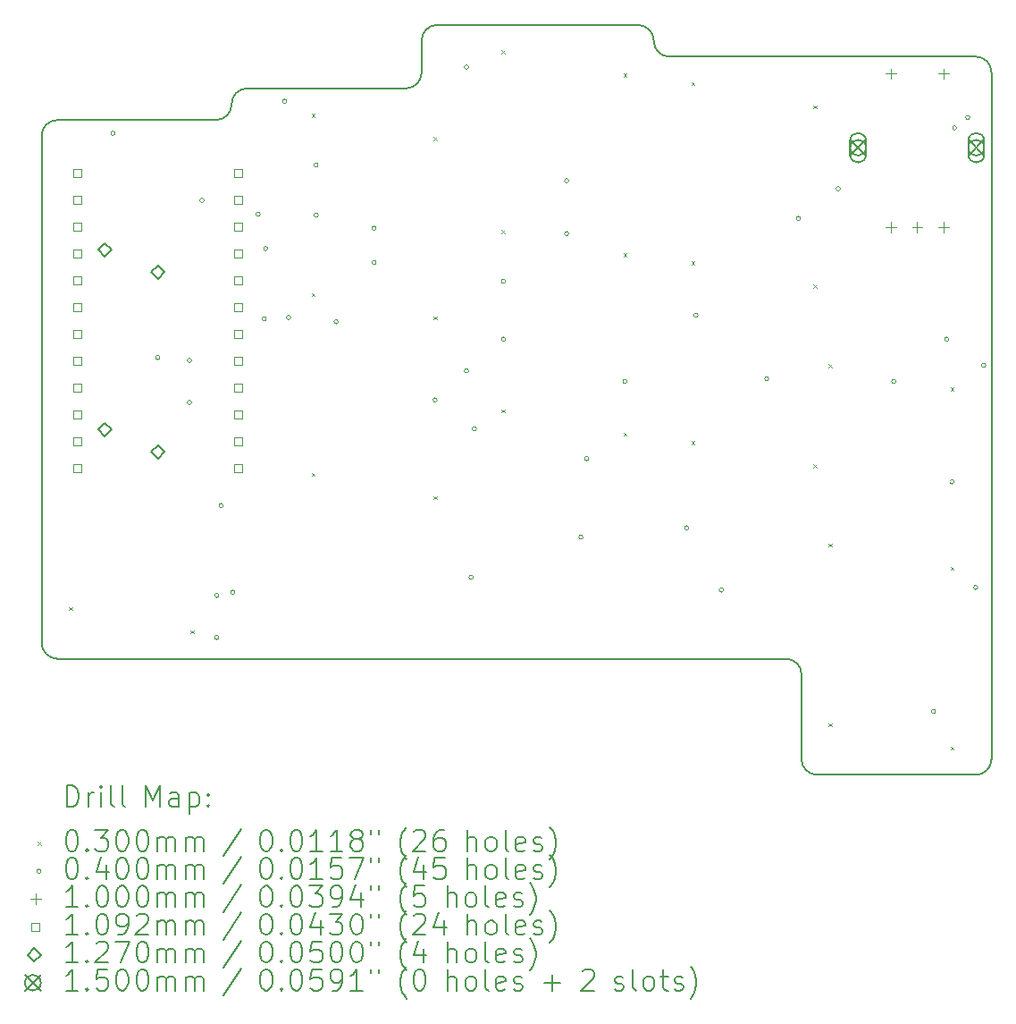
<source format=gbr>
%TF.GenerationSoftware,KiCad,Pcbnew,(7.0.0-0)*%
%TF.CreationDate,2023-06-08T17:13:15+08:00*%
%TF.ProjectId,right,72696768-742e-46b6-9963-61645f706362,v1.0.0*%
%TF.SameCoordinates,Original*%
%TF.FileFunction,Drillmap*%
%TF.FilePolarity,Positive*%
%FSLAX45Y45*%
G04 Gerber Fmt 4.5, Leading zero omitted, Abs format (unit mm)*
G04 Created by KiCad (PCBNEW (7.0.0-0)) date 2023-06-08 17:13:15*
%MOMM*%
%LPD*%
G01*
G04 APERTURE LIST*
%ADD10C,0.150000*%
%ADD11C,0.200000*%
%ADD12C,0.030000*%
%ADD13C,0.040000*%
%ADD14C,0.100000*%
%ADD15C,0.109220*%
%ADD16C,0.127000*%
G04 APERTURE END LIST*
D10*
X-951000Y-850000D02*
X5951000Y-850000D01*
X-1100000Y-701000D02*
X-1100000Y4101000D01*
X551000Y4250000D02*
X-951000Y4250000D01*
X2351000Y4550000D02*
X849000Y4550000D01*
X700000Y4401000D02*
X700000Y4399000D01*
X4700000Y4999000D02*
X4700000Y5001000D01*
X4551000Y5150000D02*
X2649000Y5150000D01*
X2500000Y5001000D02*
X2500000Y4699000D01*
X4849000Y4850000D02*
X7751000Y4850000D01*
X6249000Y-1950000D02*
X7751000Y-1950000D01*
X6100000Y-999000D02*
X6100000Y-1801000D01*
X7900000Y4701000D02*
X7900000Y-1801000D01*
X6100000Y-999000D02*
G75*
G03*
X5951000Y-850000I-149000J0D01*
G01*
X6100000Y-1801000D02*
G75*
G03*
X6249000Y-1950000I149000J0D01*
G01*
X7751000Y-1950000D02*
G75*
G03*
X7900000Y-1801000I0J149000D01*
G01*
X7900000Y4701000D02*
G75*
G03*
X7751000Y4850000I-149000J0D01*
G01*
X4700000Y4999000D02*
G75*
G03*
X4849000Y4850000I149000J0D01*
G01*
X4700000Y5001000D02*
G75*
G03*
X4551000Y5150000I-149000J0D01*
G01*
X2649000Y5150000D02*
G75*
G03*
X2500000Y5001000I0J-149000D01*
G01*
X2351000Y4550000D02*
G75*
G03*
X2500000Y4699000I0J149000D01*
G01*
X849000Y4550000D02*
G75*
G03*
X700000Y4401000I0J-149000D01*
G01*
X551000Y4250000D02*
G75*
G03*
X700000Y4399000I0J149000D01*
G01*
X-951000Y4250000D02*
G75*
G03*
X-1100000Y4101000I0J-149000D01*
G01*
X-1100000Y-701000D02*
G75*
G03*
X-951000Y-850000I149000J0D01*
G01*
D11*
D12*
X-842500Y-360000D02*
X-812500Y-390000D01*
X-812500Y-360000D02*
X-842500Y-390000D01*
X312500Y-580000D02*
X342500Y-610000D01*
X342500Y-580000D02*
X312500Y-610000D01*
X1457500Y4310000D02*
X1487500Y4280000D01*
X1487500Y4310000D02*
X1457500Y4280000D01*
X1457500Y2610000D02*
X1487500Y2580000D01*
X1487500Y2610000D02*
X1457500Y2580000D01*
X1457500Y910000D02*
X1487500Y880000D01*
X1487500Y910000D02*
X1457500Y880000D01*
X2612500Y4090000D02*
X2642500Y4060000D01*
X2642500Y4090000D02*
X2612500Y4060000D01*
X2612500Y2390000D02*
X2642500Y2360000D01*
X2642500Y2390000D02*
X2612500Y2360000D01*
X2612500Y690000D02*
X2642500Y660000D01*
X2642500Y690000D02*
X2612500Y660000D01*
X3257500Y4910000D02*
X3287500Y4880000D01*
X3287500Y4910000D02*
X3257500Y4880000D01*
X3257500Y3210000D02*
X3287500Y3180000D01*
X3287500Y3210000D02*
X3257500Y3180000D01*
X3257500Y1510000D02*
X3287500Y1480000D01*
X3287500Y1510000D02*
X3257500Y1480000D01*
X4412500Y4690000D02*
X4442500Y4660000D01*
X4442500Y4690000D02*
X4412500Y4660000D01*
X4412500Y2990000D02*
X4442500Y2960000D01*
X4442500Y2990000D02*
X4412500Y2960000D01*
X4412500Y1290000D02*
X4442500Y1260000D01*
X4442500Y1290000D02*
X4412500Y1260000D01*
X5057500Y4610000D02*
X5087500Y4580000D01*
X5087500Y4610000D02*
X5057500Y4580000D01*
X5057500Y2910000D02*
X5087500Y2880000D01*
X5087500Y2910000D02*
X5057500Y2880000D01*
X5057500Y1210000D02*
X5087500Y1180000D01*
X5087500Y1210000D02*
X5057500Y1180000D01*
X6212500Y4390000D02*
X6242500Y4360000D01*
X6242500Y4390000D02*
X6212500Y4360000D01*
X6212500Y2690000D02*
X6242500Y2660000D01*
X6242500Y2690000D02*
X6212500Y2660000D01*
X6212500Y990000D02*
X6242500Y960000D01*
X6242500Y990000D02*
X6212500Y960000D01*
X6357500Y1940000D02*
X6387500Y1910000D01*
X6387500Y1940000D02*
X6357500Y1910000D01*
X6357500Y240000D02*
X6387500Y210000D01*
X6387500Y240000D02*
X6357500Y210000D01*
X6357500Y-1460000D02*
X6387500Y-1490000D01*
X6387500Y-1460000D02*
X6357500Y-1490000D01*
X7512500Y1720000D02*
X7542500Y1690000D01*
X7542500Y1720000D02*
X7512500Y1690000D01*
X7512500Y20000D02*
X7542500Y-10000D01*
X7542500Y20000D02*
X7512500Y-10000D01*
X7512500Y-1680000D02*
X7542500Y-1710000D01*
X7542500Y-1680000D02*
X7512500Y-1710000D01*
D13*
X-405000Y4125000D02*
G75*
G03*
X-405000Y4125000I-20000J0D01*
G01*
X20000Y2000000D02*
G75*
G03*
X20000Y2000000I-20000J0D01*
G01*
X320000Y1975000D02*
G75*
G03*
X320000Y1975000I-20000J0D01*
G01*
X320000Y1575000D02*
G75*
G03*
X320000Y1575000I-20000J0D01*
G01*
X440000Y3490000D02*
G75*
G03*
X440000Y3490000I-20000J0D01*
G01*
X580000Y-250000D02*
G75*
G03*
X580000Y-250000I-20000J0D01*
G01*
X580000Y-650000D02*
G75*
G03*
X580000Y-650000I-20000J0D01*
G01*
X620000Y600000D02*
G75*
G03*
X620000Y600000I-20000J0D01*
G01*
X730000Y-220000D02*
G75*
G03*
X730000Y-220000I-20000J0D01*
G01*
X970000Y3359130D02*
G75*
G03*
X970000Y3359130I-20000J0D01*
G01*
X1028796Y2368667D02*
G75*
G03*
X1028796Y2368667I-20000J0D01*
G01*
X1042450Y3032680D02*
G75*
G03*
X1042450Y3032680I-20000J0D01*
G01*
X1222500Y4427500D02*
G75*
G03*
X1222500Y4427500I-20000J0D01*
G01*
X1260000Y2380000D02*
G75*
G03*
X1260000Y2380000I-20000J0D01*
G01*
X1520000Y3825000D02*
G75*
G03*
X1520000Y3825000I-20000J0D01*
G01*
X1520000Y3350000D02*
G75*
G03*
X1520000Y3350000I-20000J0D01*
G01*
X1710000Y2340000D02*
G75*
G03*
X1710000Y2340000I-20000J0D01*
G01*
X2070000Y3225000D02*
G75*
G03*
X2070000Y3225000I-20000J0D01*
G01*
X2070000Y2900000D02*
G75*
G03*
X2070000Y2900000I-20000J0D01*
G01*
X2647500Y1600000D02*
G75*
G03*
X2647500Y1600000I-20000J0D01*
G01*
X2945000Y4750000D02*
G75*
G03*
X2945000Y4750000I-20000J0D01*
G01*
X2945000Y1875000D02*
G75*
G03*
X2945000Y1875000I-20000J0D01*
G01*
X2990000Y-80000D02*
G75*
G03*
X2990000Y-80000I-20000J0D01*
G01*
X3020000Y1325000D02*
G75*
G03*
X3020000Y1325000I-20000J0D01*
G01*
X3295000Y2725000D02*
G75*
G03*
X3295000Y2725000I-20000J0D01*
G01*
X3295000Y2175000D02*
G75*
G03*
X3295000Y2175000I-20000J0D01*
G01*
X3895000Y3675000D02*
G75*
G03*
X3895000Y3675000I-20000J0D01*
G01*
X3895000Y3175000D02*
G75*
G03*
X3895000Y3175000I-20000J0D01*
G01*
X4030000Y300000D02*
G75*
G03*
X4030000Y300000I-20000J0D01*
G01*
X4084917Y1044917D02*
G75*
G03*
X4084917Y1044917I-20000J0D01*
G01*
X4447500Y1775000D02*
G75*
G03*
X4447500Y1775000I-20000J0D01*
G01*
X5030000Y390000D02*
G75*
G03*
X5030000Y390000I-20000J0D01*
G01*
X5120000Y2400000D02*
G75*
G03*
X5120000Y2400000I-20000J0D01*
G01*
X5360000Y-199950D02*
G75*
G03*
X5360000Y-199950I-20000J0D01*
G01*
X5790000Y1800000D02*
G75*
G03*
X5790000Y1800000I-20000J0D01*
G01*
X6090000Y3320000D02*
G75*
G03*
X6090000Y3320000I-20000J0D01*
G01*
X6467500Y3600000D02*
G75*
G03*
X6467500Y3600000I-20000J0D01*
G01*
X6995000Y1775000D02*
G75*
G03*
X6995000Y1775000I-20000J0D01*
G01*
X7370000Y-1350000D02*
G75*
G03*
X7370000Y-1350000I-20000J0D01*
G01*
X7495000Y2175000D02*
G75*
G03*
X7495000Y2175000I-20000J0D01*
G01*
X7545000Y825000D02*
G75*
G03*
X7545000Y825000I-20000J0D01*
G01*
X7570000Y4175000D02*
G75*
G03*
X7570000Y4175000I-20000J0D01*
G01*
X7695000Y4275000D02*
G75*
G03*
X7695000Y4275000I-20000J0D01*
G01*
X7770000Y-175000D02*
G75*
G03*
X7770000Y-175000I-20000J0D01*
G01*
X7846230Y1926230D02*
G75*
G03*
X7846230Y1926230I-20000J0D01*
G01*
D14*
X6946000Y4738000D02*
X6946000Y4638000D01*
X6896000Y4688000D02*
X6996000Y4688000D01*
X6946000Y3288000D02*
X6946000Y3188000D01*
X6896000Y3238000D02*
X6996000Y3238000D01*
X7196000Y3288000D02*
X7196000Y3188000D01*
X7146000Y3238000D02*
X7246000Y3238000D01*
X7446000Y4738000D02*
X7446000Y4638000D01*
X7396000Y4688000D02*
X7496000Y4688000D01*
X7446000Y3288000D02*
X7446000Y3188000D01*
X7396000Y3238000D02*
X7496000Y3238000D01*
D15*
X-723384Y3708384D02*
X-723384Y3785615D01*
X-800615Y3785615D01*
X-800615Y3708384D01*
X-723384Y3708384D01*
X-723384Y3454384D02*
X-723384Y3531615D01*
X-800615Y3531615D01*
X-800615Y3454384D01*
X-723384Y3454384D01*
X-723384Y3200384D02*
X-723384Y3277615D01*
X-800615Y3277615D01*
X-800615Y3200384D01*
X-723384Y3200384D01*
X-723384Y2946384D02*
X-723384Y3023615D01*
X-800615Y3023615D01*
X-800615Y2946384D01*
X-723384Y2946384D01*
X-723384Y2692385D02*
X-723384Y2769616D01*
X-800615Y2769616D01*
X-800615Y2692385D01*
X-723384Y2692385D01*
X-723384Y2438385D02*
X-723384Y2515616D01*
X-800615Y2515616D01*
X-800615Y2438385D01*
X-723384Y2438385D01*
X-723384Y2184385D02*
X-723384Y2261616D01*
X-800615Y2261616D01*
X-800615Y2184385D01*
X-723384Y2184385D01*
X-723384Y1930384D02*
X-723384Y2007615D01*
X-800615Y2007615D01*
X-800615Y1930384D01*
X-723384Y1930384D01*
X-723384Y1676384D02*
X-723384Y1753615D01*
X-800615Y1753615D01*
X-800615Y1676384D01*
X-723384Y1676384D01*
X-723384Y1422384D02*
X-723384Y1499615D01*
X-800615Y1499615D01*
X-800615Y1422384D01*
X-723384Y1422384D01*
X-723384Y1168385D02*
X-723384Y1245616D01*
X-800615Y1245616D01*
X-800615Y1168385D01*
X-723384Y1168385D01*
X-723384Y914384D02*
X-723384Y991615D01*
X-800615Y991615D01*
X-800615Y914384D01*
X-723384Y914384D01*
X800615Y3708384D02*
X800615Y3785615D01*
X723384Y3785615D01*
X723384Y3708384D01*
X800615Y3708384D01*
X800615Y3454384D02*
X800615Y3531615D01*
X723384Y3531615D01*
X723384Y3454384D01*
X800615Y3454384D01*
X800615Y3200384D02*
X800615Y3277615D01*
X723384Y3277615D01*
X723384Y3200384D01*
X800615Y3200384D01*
X800615Y2946384D02*
X800615Y3023615D01*
X723384Y3023615D01*
X723384Y2946384D01*
X800615Y2946384D01*
X800615Y2692385D02*
X800615Y2769616D01*
X723384Y2769616D01*
X723384Y2692385D01*
X800615Y2692385D01*
X800615Y2438385D02*
X800615Y2515616D01*
X723384Y2515616D01*
X723384Y2438385D01*
X800615Y2438385D01*
X800615Y2184385D02*
X800615Y2261616D01*
X723384Y2261616D01*
X723384Y2184385D01*
X800615Y2184385D01*
X800615Y1930384D02*
X800615Y2007615D01*
X723384Y2007615D01*
X723384Y1930384D01*
X800615Y1930384D01*
X800615Y1676384D02*
X800615Y1753615D01*
X723384Y1753615D01*
X723384Y1676384D01*
X800615Y1676384D01*
X800615Y1422384D02*
X800615Y1499615D01*
X723384Y1499615D01*
X723384Y1422384D01*
X800615Y1422384D01*
X800615Y1168385D02*
X800615Y1245616D01*
X723384Y1245616D01*
X723384Y1168385D01*
X800615Y1168385D01*
X800615Y914384D02*
X800615Y991615D01*
X723384Y991615D01*
X723384Y914384D01*
X800615Y914384D01*
D16*
X-500000Y2956500D02*
X-436500Y3020000D01*
X-500000Y3083500D01*
X-563500Y3020000D01*
X-500000Y2956500D01*
X-500000Y1256500D02*
X-436500Y1320000D01*
X-500000Y1383500D01*
X-563500Y1320000D01*
X-500000Y1256500D01*
X0Y2746500D02*
X63500Y2810000D01*
X0Y2873500D01*
X-63500Y2810000D01*
X0Y2746500D01*
X0Y1046500D02*
X63500Y1110000D01*
X0Y1173500D01*
X-63500Y1110000D01*
X0Y1046500D01*
D10*
X6561000Y4063000D02*
X6711000Y3913000D01*
X6711000Y4063000D02*
X6561000Y3913000D01*
X6711000Y3988000D02*
G75*
G03*
X6711000Y3988000I-75000J0D01*
G01*
D11*
X6711000Y3923000D02*
X6711000Y4053000D01*
X6711000Y4053000D02*
G75*
G03*
X6561000Y4053000I-75000J0D01*
G01*
X6561000Y4053000D02*
X6561000Y3923000D01*
X6561000Y3923000D02*
G75*
G03*
X6711000Y3923000I75000J0D01*
G01*
D10*
X7681000Y4063000D02*
X7831000Y3913000D01*
X7831000Y4063000D02*
X7681000Y3913000D01*
X7831000Y3988000D02*
G75*
G03*
X7831000Y3988000I-75000J0D01*
G01*
D11*
X7831000Y3923000D02*
X7831000Y4053000D01*
X7831000Y4053000D02*
G75*
G03*
X7681000Y4053000I-75000J0D01*
G01*
X7681000Y4053000D02*
X7681000Y3923000D01*
X7681000Y3923000D02*
G75*
G03*
X7831000Y3923000I75000J0D01*
G01*
X-859881Y-2250976D02*
X-859881Y-2050976D01*
X-859881Y-2050976D02*
X-812262Y-2050976D01*
X-812262Y-2050976D02*
X-783690Y-2060500D01*
X-783690Y-2060500D02*
X-764643Y-2079548D01*
X-764643Y-2079548D02*
X-755119Y-2098595D01*
X-755119Y-2098595D02*
X-745595Y-2136690D01*
X-745595Y-2136690D02*
X-745595Y-2165262D01*
X-745595Y-2165262D02*
X-755119Y-2203357D01*
X-755119Y-2203357D02*
X-764643Y-2222405D01*
X-764643Y-2222405D02*
X-783690Y-2241452D01*
X-783690Y-2241452D02*
X-812262Y-2250976D01*
X-812262Y-2250976D02*
X-859881Y-2250976D01*
X-659881Y-2250976D02*
X-659881Y-2117643D01*
X-659881Y-2155738D02*
X-650357Y-2136690D01*
X-650357Y-2136690D02*
X-640833Y-2127167D01*
X-640833Y-2127167D02*
X-621786Y-2117643D01*
X-621786Y-2117643D02*
X-602738Y-2117643D01*
X-536071Y-2250976D02*
X-536071Y-2117643D01*
X-536071Y-2050976D02*
X-545595Y-2060500D01*
X-545595Y-2060500D02*
X-536071Y-2070024D01*
X-536071Y-2070024D02*
X-526548Y-2060500D01*
X-526548Y-2060500D02*
X-536071Y-2050976D01*
X-536071Y-2050976D02*
X-536071Y-2070024D01*
X-412262Y-2250976D02*
X-431309Y-2241452D01*
X-431309Y-2241452D02*
X-440833Y-2222405D01*
X-440833Y-2222405D02*
X-440833Y-2050976D01*
X-307500Y-2250976D02*
X-326548Y-2241452D01*
X-326548Y-2241452D02*
X-336071Y-2222405D01*
X-336071Y-2222405D02*
X-336071Y-2050976D01*
X-111309Y-2250976D02*
X-111309Y-2050976D01*
X-111309Y-2050976D02*
X-44643Y-2193833D01*
X-44643Y-2193833D02*
X22024Y-2050976D01*
X22024Y-2050976D02*
X22024Y-2250976D01*
X202976Y-2250976D02*
X202976Y-2146214D01*
X202976Y-2146214D02*
X193452Y-2127167D01*
X193452Y-2127167D02*
X174405Y-2117643D01*
X174405Y-2117643D02*
X136309Y-2117643D01*
X136309Y-2117643D02*
X117262Y-2127167D01*
X202976Y-2241452D02*
X183928Y-2250976D01*
X183928Y-2250976D02*
X136309Y-2250976D01*
X136309Y-2250976D02*
X117262Y-2241452D01*
X117262Y-2241452D02*
X107738Y-2222405D01*
X107738Y-2222405D02*
X107738Y-2203357D01*
X107738Y-2203357D02*
X117262Y-2184310D01*
X117262Y-2184310D02*
X136309Y-2174786D01*
X136309Y-2174786D02*
X183928Y-2174786D01*
X183928Y-2174786D02*
X202976Y-2165262D01*
X298214Y-2117643D02*
X298214Y-2317643D01*
X298214Y-2127167D02*
X317262Y-2117643D01*
X317262Y-2117643D02*
X355357Y-2117643D01*
X355357Y-2117643D02*
X374405Y-2127167D01*
X374405Y-2127167D02*
X383928Y-2136690D01*
X383928Y-2136690D02*
X393452Y-2155738D01*
X393452Y-2155738D02*
X393452Y-2212881D01*
X393452Y-2212881D02*
X383928Y-2231929D01*
X383928Y-2231929D02*
X374405Y-2241452D01*
X374405Y-2241452D02*
X355357Y-2250976D01*
X355357Y-2250976D02*
X317262Y-2250976D01*
X317262Y-2250976D02*
X298214Y-2241452D01*
X479167Y-2231929D02*
X488690Y-2241452D01*
X488690Y-2241452D02*
X479167Y-2250976D01*
X479167Y-2250976D02*
X469643Y-2241452D01*
X469643Y-2241452D02*
X479167Y-2231929D01*
X479167Y-2231929D02*
X479167Y-2250976D01*
X479167Y-2127167D02*
X488690Y-2136690D01*
X488690Y-2136690D02*
X479167Y-2146214D01*
X479167Y-2146214D02*
X469643Y-2136690D01*
X469643Y-2136690D02*
X479167Y-2127167D01*
X479167Y-2127167D02*
X479167Y-2146214D01*
D12*
X-1137500Y-2582500D02*
X-1107500Y-2612500D01*
X-1107500Y-2582500D02*
X-1137500Y-2612500D01*
D11*
X-821786Y-2470976D02*
X-802738Y-2470976D01*
X-802738Y-2470976D02*
X-783690Y-2480500D01*
X-783690Y-2480500D02*
X-774167Y-2490024D01*
X-774167Y-2490024D02*
X-764643Y-2509071D01*
X-764643Y-2509071D02*
X-755119Y-2547167D01*
X-755119Y-2547167D02*
X-755119Y-2594786D01*
X-755119Y-2594786D02*
X-764643Y-2632881D01*
X-764643Y-2632881D02*
X-774167Y-2651929D01*
X-774167Y-2651929D02*
X-783690Y-2661452D01*
X-783690Y-2661452D02*
X-802738Y-2670976D01*
X-802738Y-2670976D02*
X-821786Y-2670976D01*
X-821786Y-2670976D02*
X-840833Y-2661452D01*
X-840833Y-2661452D02*
X-850357Y-2651929D01*
X-850357Y-2651929D02*
X-859881Y-2632881D01*
X-859881Y-2632881D02*
X-869405Y-2594786D01*
X-869405Y-2594786D02*
X-869405Y-2547167D01*
X-869405Y-2547167D02*
X-859881Y-2509071D01*
X-859881Y-2509071D02*
X-850357Y-2490024D01*
X-850357Y-2490024D02*
X-840833Y-2480500D01*
X-840833Y-2480500D02*
X-821786Y-2470976D01*
X-669405Y-2651929D02*
X-659881Y-2661452D01*
X-659881Y-2661452D02*
X-669405Y-2670976D01*
X-669405Y-2670976D02*
X-678929Y-2661452D01*
X-678929Y-2661452D02*
X-669405Y-2651929D01*
X-669405Y-2651929D02*
X-669405Y-2670976D01*
X-593214Y-2470976D02*
X-469405Y-2470976D01*
X-469405Y-2470976D02*
X-536071Y-2547167D01*
X-536071Y-2547167D02*
X-507500Y-2547167D01*
X-507500Y-2547167D02*
X-488452Y-2556690D01*
X-488452Y-2556690D02*
X-478928Y-2566214D01*
X-478928Y-2566214D02*
X-469405Y-2585262D01*
X-469405Y-2585262D02*
X-469405Y-2632881D01*
X-469405Y-2632881D02*
X-478928Y-2651929D01*
X-478928Y-2651929D02*
X-488452Y-2661452D01*
X-488452Y-2661452D02*
X-507500Y-2670976D01*
X-507500Y-2670976D02*
X-564643Y-2670976D01*
X-564643Y-2670976D02*
X-583690Y-2661452D01*
X-583690Y-2661452D02*
X-593214Y-2651929D01*
X-345595Y-2470976D02*
X-326548Y-2470976D01*
X-326548Y-2470976D02*
X-307500Y-2480500D01*
X-307500Y-2480500D02*
X-297976Y-2490024D01*
X-297976Y-2490024D02*
X-288452Y-2509071D01*
X-288452Y-2509071D02*
X-278929Y-2547167D01*
X-278929Y-2547167D02*
X-278929Y-2594786D01*
X-278929Y-2594786D02*
X-288452Y-2632881D01*
X-288452Y-2632881D02*
X-297976Y-2651929D01*
X-297976Y-2651929D02*
X-307500Y-2661452D01*
X-307500Y-2661452D02*
X-326548Y-2670976D01*
X-326548Y-2670976D02*
X-345595Y-2670976D01*
X-345595Y-2670976D02*
X-364643Y-2661452D01*
X-364643Y-2661452D02*
X-374167Y-2651929D01*
X-374167Y-2651929D02*
X-383690Y-2632881D01*
X-383690Y-2632881D02*
X-393214Y-2594786D01*
X-393214Y-2594786D02*
X-393214Y-2547167D01*
X-393214Y-2547167D02*
X-383690Y-2509071D01*
X-383690Y-2509071D02*
X-374167Y-2490024D01*
X-374167Y-2490024D02*
X-364643Y-2480500D01*
X-364643Y-2480500D02*
X-345595Y-2470976D01*
X-155119Y-2470976D02*
X-136071Y-2470976D01*
X-136071Y-2470976D02*
X-117024Y-2480500D01*
X-117024Y-2480500D02*
X-107500Y-2490024D01*
X-107500Y-2490024D02*
X-97976Y-2509071D01*
X-97976Y-2509071D02*
X-88452Y-2547167D01*
X-88452Y-2547167D02*
X-88452Y-2594786D01*
X-88452Y-2594786D02*
X-97976Y-2632881D01*
X-97976Y-2632881D02*
X-107500Y-2651929D01*
X-107500Y-2651929D02*
X-117024Y-2661452D01*
X-117024Y-2661452D02*
X-136071Y-2670976D01*
X-136071Y-2670976D02*
X-155119Y-2670976D01*
X-155119Y-2670976D02*
X-174167Y-2661452D01*
X-174167Y-2661452D02*
X-183690Y-2651929D01*
X-183690Y-2651929D02*
X-193214Y-2632881D01*
X-193214Y-2632881D02*
X-202738Y-2594786D01*
X-202738Y-2594786D02*
X-202738Y-2547167D01*
X-202738Y-2547167D02*
X-193214Y-2509071D01*
X-193214Y-2509071D02*
X-183690Y-2490024D01*
X-183690Y-2490024D02*
X-174167Y-2480500D01*
X-174167Y-2480500D02*
X-155119Y-2470976D01*
X-2738Y-2670976D02*
X-2738Y-2537643D01*
X-2738Y-2556690D02*
X6786Y-2547167D01*
X6786Y-2547167D02*
X25833Y-2537643D01*
X25833Y-2537643D02*
X54405Y-2537643D01*
X54405Y-2537643D02*
X73452Y-2547167D01*
X73452Y-2547167D02*
X82976Y-2566214D01*
X82976Y-2566214D02*
X82976Y-2670976D01*
X82976Y-2566214D02*
X92500Y-2547167D01*
X92500Y-2547167D02*
X111548Y-2537643D01*
X111548Y-2537643D02*
X140119Y-2537643D01*
X140119Y-2537643D02*
X159167Y-2547167D01*
X159167Y-2547167D02*
X168691Y-2566214D01*
X168691Y-2566214D02*
X168691Y-2670976D01*
X263929Y-2670976D02*
X263929Y-2537643D01*
X263929Y-2556690D02*
X273452Y-2547167D01*
X273452Y-2547167D02*
X292500Y-2537643D01*
X292500Y-2537643D02*
X321072Y-2537643D01*
X321072Y-2537643D02*
X340119Y-2547167D01*
X340119Y-2547167D02*
X349643Y-2566214D01*
X349643Y-2566214D02*
X349643Y-2670976D01*
X349643Y-2566214D02*
X359167Y-2547167D01*
X359167Y-2547167D02*
X378214Y-2537643D01*
X378214Y-2537643D02*
X406786Y-2537643D01*
X406786Y-2537643D02*
X425833Y-2547167D01*
X425833Y-2547167D02*
X435357Y-2566214D01*
X435357Y-2566214D02*
X435357Y-2670976D01*
X793452Y-2461452D02*
X622024Y-2718595D01*
X1018214Y-2470976D02*
X1037262Y-2470976D01*
X1037262Y-2470976D02*
X1056310Y-2480500D01*
X1056310Y-2480500D02*
X1065833Y-2490024D01*
X1065833Y-2490024D02*
X1075357Y-2509071D01*
X1075357Y-2509071D02*
X1084881Y-2547167D01*
X1084881Y-2547167D02*
X1084881Y-2594786D01*
X1084881Y-2594786D02*
X1075357Y-2632881D01*
X1075357Y-2632881D02*
X1065833Y-2651929D01*
X1065833Y-2651929D02*
X1056310Y-2661452D01*
X1056310Y-2661452D02*
X1037262Y-2670976D01*
X1037262Y-2670976D02*
X1018214Y-2670976D01*
X1018214Y-2670976D02*
X999167Y-2661452D01*
X999167Y-2661452D02*
X989643Y-2651929D01*
X989643Y-2651929D02*
X980119Y-2632881D01*
X980119Y-2632881D02*
X970595Y-2594786D01*
X970595Y-2594786D02*
X970595Y-2547167D01*
X970595Y-2547167D02*
X980119Y-2509071D01*
X980119Y-2509071D02*
X989643Y-2490024D01*
X989643Y-2490024D02*
X999167Y-2480500D01*
X999167Y-2480500D02*
X1018214Y-2470976D01*
X1170595Y-2651929D02*
X1180119Y-2661452D01*
X1180119Y-2661452D02*
X1170595Y-2670976D01*
X1170595Y-2670976D02*
X1161072Y-2661452D01*
X1161072Y-2661452D02*
X1170595Y-2651929D01*
X1170595Y-2651929D02*
X1170595Y-2670976D01*
X1303929Y-2470976D02*
X1322976Y-2470976D01*
X1322976Y-2470976D02*
X1342024Y-2480500D01*
X1342024Y-2480500D02*
X1351548Y-2490024D01*
X1351548Y-2490024D02*
X1361072Y-2509071D01*
X1361072Y-2509071D02*
X1370595Y-2547167D01*
X1370595Y-2547167D02*
X1370595Y-2594786D01*
X1370595Y-2594786D02*
X1361072Y-2632881D01*
X1361072Y-2632881D02*
X1351548Y-2651929D01*
X1351548Y-2651929D02*
X1342024Y-2661452D01*
X1342024Y-2661452D02*
X1322976Y-2670976D01*
X1322976Y-2670976D02*
X1303929Y-2670976D01*
X1303929Y-2670976D02*
X1284881Y-2661452D01*
X1284881Y-2661452D02*
X1275357Y-2651929D01*
X1275357Y-2651929D02*
X1265833Y-2632881D01*
X1265833Y-2632881D02*
X1256310Y-2594786D01*
X1256310Y-2594786D02*
X1256310Y-2547167D01*
X1256310Y-2547167D02*
X1265833Y-2509071D01*
X1265833Y-2509071D02*
X1275357Y-2490024D01*
X1275357Y-2490024D02*
X1284881Y-2480500D01*
X1284881Y-2480500D02*
X1303929Y-2470976D01*
X1561071Y-2670976D02*
X1446786Y-2670976D01*
X1503929Y-2670976D02*
X1503929Y-2470976D01*
X1503929Y-2470976D02*
X1484881Y-2499548D01*
X1484881Y-2499548D02*
X1465833Y-2518595D01*
X1465833Y-2518595D02*
X1446786Y-2528119D01*
X1751548Y-2670976D02*
X1637262Y-2670976D01*
X1694405Y-2670976D02*
X1694405Y-2470976D01*
X1694405Y-2470976D02*
X1675357Y-2499548D01*
X1675357Y-2499548D02*
X1656310Y-2518595D01*
X1656310Y-2518595D02*
X1637262Y-2528119D01*
X1865833Y-2556690D02*
X1846786Y-2547167D01*
X1846786Y-2547167D02*
X1837262Y-2537643D01*
X1837262Y-2537643D02*
X1827738Y-2518595D01*
X1827738Y-2518595D02*
X1827738Y-2509071D01*
X1827738Y-2509071D02*
X1837262Y-2490024D01*
X1837262Y-2490024D02*
X1846786Y-2480500D01*
X1846786Y-2480500D02*
X1865833Y-2470976D01*
X1865833Y-2470976D02*
X1903929Y-2470976D01*
X1903929Y-2470976D02*
X1922976Y-2480500D01*
X1922976Y-2480500D02*
X1932500Y-2490024D01*
X1932500Y-2490024D02*
X1942024Y-2509071D01*
X1942024Y-2509071D02*
X1942024Y-2518595D01*
X1942024Y-2518595D02*
X1932500Y-2537643D01*
X1932500Y-2537643D02*
X1922976Y-2547167D01*
X1922976Y-2547167D02*
X1903929Y-2556690D01*
X1903929Y-2556690D02*
X1865833Y-2556690D01*
X1865833Y-2556690D02*
X1846786Y-2566214D01*
X1846786Y-2566214D02*
X1837262Y-2575738D01*
X1837262Y-2575738D02*
X1827738Y-2594786D01*
X1827738Y-2594786D02*
X1827738Y-2632881D01*
X1827738Y-2632881D02*
X1837262Y-2651929D01*
X1837262Y-2651929D02*
X1846786Y-2661452D01*
X1846786Y-2661452D02*
X1865833Y-2670976D01*
X1865833Y-2670976D02*
X1903929Y-2670976D01*
X1903929Y-2670976D02*
X1922976Y-2661452D01*
X1922976Y-2661452D02*
X1932500Y-2651929D01*
X1932500Y-2651929D02*
X1942024Y-2632881D01*
X1942024Y-2632881D02*
X1942024Y-2594786D01*
X1942024Y-2594786D02*
X1932500Y-2575738D01*
X1932500Y-2575738D02*
X1922976Y-2566214D01*
X1922976Y-2566214D02*
X1903929Y-2556690D01*
X2018214Y-2470976D02*
X2018214Y-2509071D01*
X2094405Y-2470976D02*
X2094405Y-2509071D01*
X2357262Y-2747167D02*
X2347738Y-2737643D01*
X2347738Y-2737643D02*
X2328691Y-2709071D01*
X2328691Y-2709071D02*
X2319167Y-2690024D01*
X2319167Y-2690024D02*
X2309643Y-2661452D01*
X2309643Y-2661452D02*
X2300119Y-2613833D01*
X2300119Y-2613833D02*
X2300119Y-2575738D01*
X2300119Y-2575738D02*
X2309643Y-2528119D01*
X2309643Y-2528119D02*
X2319167Y-2499548D01*
X2319167Y-2499548D02*
X2328691Y-2480500D01*
X2328691Y-2480500D02*
X2347738Y-2451929D01*
X2347738Y-2451929D02*
X2357262Y-2442405D01*
X2423929Y-2490024D02*
X2433453Y-2480500D01*
X2433453Y-2480500D02*
X2452500Y-2470976D01*
X2452500Y-2470976D02*
X2500119Y-2470976D01*
X2500119Y-2470976D02*
X2519167Y-2480500D01*
X2519167Y-2480500D02*
X2528691Y-2490024D01*
X2528691Y-2490024D02*
X2538214Y-2509071D01*
X2538214Y-2509071D02*
X2538214Y-2528119D01*
X2538214Y-2528119D02*
X2528691Y-2556690D01*
X2528691Y-2556690D02*
X2414405Y-2670976D01*
X2414405Y-2670976D02*
X2538214Y-2670976D01*
X2709643Y-2470976D02*
X2671548Y-2470976D01*
X2671548Y-2470976D02*
X2652500Y-2480500D01*
X2652500Y-2480500D02*
X2642976Y-2490024D01*
X2642976Y-2490024D02*
X2623929Y-2518595D01*
X2623929Y-2518595D02*
X2614405Y-2556690D01*
X2614405Y-2556690D02*
X2614405Y-2632881D01*
X2614405Y-2632881D02*
X2623929Y-2651929D01*
X2623929Y-2651929D02*
X2633453Y-2661452D01*
X2633453Y-2661452D02*
X2652500Y-2670976D01*
X2652500Y-2670976D02*
X2690595Y-2670976D01*
X2690595Y-2670976D02*
X2709643Y-2661452D01*
X2709643Y-2661452D02*
X2719167Y-2651929D01*
X2719167Y-2651929D02*
X2728691Y-2632881D01*
X2728691Y-2632881D02*
X2728691Y-2585262D01*
X2728691Y-2585262D02*
X2719167Y-2566214D01*
X2719167Y-2566214D02*
X2709643Y-2556690D01*
X2709643Y-2556690D02*
X2690595Y-2547167D01*
X2690595Y-2547167D02*
X2652500Y-2547167D01*
X2652500Y-2547167D02*
X2633453Y-2556690D01*
X2633453Y-2556690D02*
X2623929Y-2566214D01*
X2623929Y-2566214D02*
X2614405Y-2585262D01*
X2934405Y-2670976D02*
X2934405Y-2470976D01*
X3020119Y-2670976D02*
X3020119Y-2566214D01*
X3020119Y-2566214D02*
X3010595Y-2547167D01*
X3010595Y-2547167D02*
X2991548Y-2537643D01*
X2991548Y-2537643D02*
X2962976Y-2537643D01*
X2962976Y-2537643D02*
X2943929Y-2547167D01*
X2943929Y-2547167D02*
X2934405Y-2556690D01*
X3143929Y-2670976D02*
X3124881Y-2661452D01*
X3124881Y-2661452D02*
X3115357Y-2651929D01*
X3115357Y-2651929D02*
X3105833Y-2632881D01*
X3105833Y-2632881D02*
X3105833Y-2575738D01*
X3105833Y-2575738D02*
X3115357Y-2556690D01*
X3115357Y-2556690D02*
X3124881Y-2547167D01*
X3124881Y-2547167D02*
X3143929Y-2537643D01*
X3143929Y-2537643D02*
X3172500Y-2537643D01*
X3172500Y-2537643D02*
X3191548Y-2547167D01*
X3191548Y-2547167D02*
X3201072Y-2556690D01*
X3201072Y-2556690D02*
X3210595Y-2575738D01*
X3210595Y-2575738D02*
X3210595Y-2632881D01*
X3210595Y-2632881D02*
X3201072Y-2651929D01*
X3201072Y-2651929D02*
X3191548Y-2661452D01*
X3191548Y-2661452D02*
X3172500Y-2670976D01*
X3172500Y-2670976D02*
X3143929Y-2670976D01*
X3324881Y-2670976D02*
X3305833Y-2661452D01*
X3305833Y-2661452D02*
X3296310Y-2642405D01*
X3296310Y-2642405D02*
X3296310Y-2470976D01*
X3477262Y-2661452D02*
X3458214Y-2670976D01*
X3458214Y-2670976D02*
X3420119Y-2670976D01*
X3420119Y-2670976D02*
X3401072Y-2661452D01*
X3401072Y-2661452D02*
X3391548Y-2642405D01*
X3391548Y-2642405D02*
X3391548Y-2566214D01*
X3391548Y-2566214D02*
X3401072Y-2547167D01*
X3401072Y-2547167D02*
X3420119Y-2537643D01*
X3420119Y-2537643D02*
X3458214Y-2537643D01*
X3458214Y-2537643D02*
X3477262Y-2547167D01*
X3477262Y-2547167D02*
X3486786Y-2566214D01*
X3486786Y-2566214D02*
X3486786Y-2585262D01*
X3486786Y-2585262D02*
X3391548Y-2604310D01*
X3562976Y-2661452D02*
X3582024Y-2670976D01*
X3582024Y-2670976D02*
X3620119Y-2670976D01*
X3620119Y-2670976D02*
X3639167Y-2661452D01*
X3639167Y-2661452D02*
X3648691Y-2642405D01*
X3648691Y-2642405D02*
X3648691Y-2632881D01*
X3648691Y-2632881D02*
X3639167Y-2613833D01*
X3639167Y-2613833D02*
X3620119Y-2604310D01*
X3620119Y-2604310D02*
X3591548Y-2604310D01*
X3591548Y-2604310D02*
X3572500Y-2594786D01*
X3572500Y-2594786D02*
X3562976Y-2575738D01*
X3562976Y-2575738D02*
X3562976Y-2566214D01*
X3562976Y-2566214D02*
X3572500Y-2547167D01*
X3572500Y-2547167D02*
X3591548Y-2537643D01*
X3591548Y-2537643D02*
X3620119Y-2537643D01*
X3620119Y-2537643D02*
X3639167Y-2547167D01*
X3715357Y-2747167D02*
X3724881Y-2737643D01*
X3724881Y-2737643D02*
X3743929Y-2709071D01*
X3743929Y-2709071D02*
X3753453Y-2690024D01*
X3753453Y-2690024D02*
X3762976Y-2661452D01*
X3762976Y-2661452D02*
X3772500Y-2613833D01*
X3772500Y-2613833D02*
X3772500Y-2575738D01*
X3772500Y-2575738D02*
X3762976Y-2528119D01*
X3762976Y-2528119D02*
X3753453Y-2499548D01*
X3753453Y-2499548D02*
X3743929Y-2480500D01*
X3743929Y-2480500D02*
X3724881Y-2451929D01*
X3724881Y-2451929D02*
X3715357Y-2442405D01*
D13*
X-1107500Y-2861500D02*
G75*
G03*
X-1107500Y-2861500I-20000J0D01*
G01*
D11*
X-821786Y-2734976D02*
X-802738Y-2734976D01*
X-802738Y-2734976D02*
X-783690Y-2744500D01*
X-783690Y-2744500D02*
X-774167Y-2754024D01*
X-774167Y-2754024D02*
X-764643Y-2773071D01*
X-764643Y-2773071D02*
X-755119Y-2811167D01*
X-755119Y-2811167D02*
X-755119Y-2858786D01*
X-755119Y-2858786D02*
X-764643Y-2896881D01*
X-764643Y-2896881D02*
X-774167Y-2915928D01*
X-774167Y-2915928D02*
X-783690Y-2925452D01*
X-783690Y-2925452D02*
X-802738Y-2934976D01*
X-802738Y-2934976D02*
X-821786Y-2934976D01*
X-821786Y-2934976D02*
X-840833Y-2925452D01*
X-840833Y-2925452D02*
X-850357Y-2915928D01*
X-850357Y-2915928D02*
X-859881Y-2896881D01*
X-859881Y-2896881D02*
X-869405Y-2858786D01*
X-869405Y-2858786D02*
X-869405Y-2811167D01*
X-869405Y-2811167D02*
X-859881Y-2773071D01*
X-859881Y-2773071D02*
X-850357Y-2754024D01*
X-850357Y-2754024D02*
X-840833Y-2744500D01*
X-840833Y-2744500D02*
X-821786Y-2734976D01*
X-669405Y-2915928D02*
X-659881Y-2925452D01*
X-659881Y-2925452D02*
X-669405Y-2934976D01*
X-669405Y-2934976D02*
X-678929Y-2925452D01*
X-678929Y-2925452D02*
X-669405Y-2915928D01*
X-669405Y-2915928D02*
X-669405Y-2934976D01*
X-488452Y-2801643D02*
X-488452Y-2934976D01*
X-536071Y-2725452D02*
X-583690Y-2868309D01*
X-583690Y-2868309D02*
X-459881Y-2868309D01*
X-345595Y-2734976D02*
X-326548Y-2734976D01*
X-326548Y-2734976D02*
X-307500Y-2744500D01*
X-307500Y-2744500D02*
X-297976Y-2754024D01*
X-297976Y-2754024D02*
X-288452Y-2773071D01*
X-288452Y-2773071D02*
X-278929Y-2811167D01*
X-278929Y-2811167D02*
X-278929Y-2858786D01*
X-278929Y-2858786D02*
X-288452Y-2896881D01*
X-288452Y-2896881D02*
X-297976Y-2915928D01*
X-297976Y-2915928D02*
X-307500Y-2925452D01*
X-307500Y-2925452D02*
X-326548Y-2934976D01*
X-326548Y-2934976D02*
X-345595Y-2934976D01*
X-345595Y-2934976D02*
X-364643Y-2925452D01*
X-364643Y-2925452D02*
X-374167Y-2915928D01*
X-374167Y-2915928D02*
X-383690Y-2896881D01*
X-383690Y-2896881D02*
X-393214Y-2858786D01*
X-393214Y-2858786D02*
X-393214Y-2811167D01*
X-393214Y-2811167D02*
X-383690Y-2773071D01*
X-383690Y-2773071D02*
X-374167Y-2754024D01*
X-374167Y-2754024D02*
X-364643Y-2744500D01*
X-364643Y-2744500D02*
X-345595Y-2734976D01*
X-155119Y-2734976D02*
X-136071Y-2734976D01*
X-136071Y-2734976D02*
X-117024Y-2744500D01*
X-117024Y-2744500D02*
X-107500Y-2754024D01*
X-107500Y-2754024D02*
X-97976Y-2773071D01*
X-97976Y-2773071D02*
X-88452Y-2811167D01*
X-88452Y-2811167D02*
X-88452Y-2858786D01*
X-88452Y-2858786D02*
X-97976Y-2896881D01*
X-97976Y-2896881D02*
X-107500Y-2915928D01*
X-107500Y-2915928D02*
X-117024Y-2925452D01*
X-117024Y-2925452D02*
X-136071Y-2934976D01*
X-136071Y-2934976D02*
X-155119Y-2934976D01*
X-155119Y-2934976D02*
X-174167Y-2925452D01*
X-174167Y-2925452D02*
X-183690Y-2915928D01*
X-183690Y-2915928D02*
X-193214Y-2896881D01*
X-193214Y-2896881D02*
X-202738Y-2858786D01*
X-202738Y-2858786D02*
X-202738Y-2811167D01*
X-202738Y-2811167D02*
X-193214Y-2773071D01*
X-193214Y-2773071D02*
X-183690Y-2754024D01*
X-183690Y-2754024D02*
X-174167Y-2744500D01*
X-174167Y-2744500D02*
X-155119Y-2734976D01*
X-2738Y-2934976D02*
X-2738Y-2801643D01*
X-2738Y-2820690D02*
X6786Y-2811167D01*
X6786Y-2811167D02*
X25833Y-2801643D01*
X25833Y-2801643D02*
X54405Y-2801643D01*
X54405Y-2801643D02*
X73452Y-2811167D01*
X73452Y-2811167D02*
X82976Y-2830214D01*
X82976Y-2830214D02*
X82976Y-2934976D01*
X82976Y-2830214D02*
X92500Y-2811167D01*
X92500Y-2811167D02*
X111548Y-2801643D01*
X111548Y-2801643D02*
X140119Y-2801643D01*
X140119Y-2801643D02*
X159167Y-2811167D01*
X159167Y-2811167D02*
X168691Y-2830214D01*
X168691Y-2830214D02*
X168691Y-2934976D01*
X263929Y-2934976D02*
X263929Y-2801643D01*
X263929Y-2820690D02*
X273452Y-2811167D01*
X273452Y-2811167D02*
X292500Y-2801643D01*
X292500Y-2801643D02*
X321072Y-2801643D01*
X321072Y-2801643D02*
X340119Y-2811167D01*
X340119Y-2811167D02*
X349643Y-2830214D01*
X349643Y-2830214D02*
X349643Y-2934976D01*
X349643Y-2830214D02*
X359167Y-2811167D01*
X359167Y-2811167D02*
X378214Y-2801643D01*
X378214Y-2801643D02*
X406786Y-2801643D01*
X406786Y-2801643D02*
X425833Y-2811167D01*
X425833Y-2811167D02*
X435357Y-2830214D01*
X435357Y-2830214D02*
X435357Y-2934976D01*
X793452Y-2725452D02*
X622024Y-2982595D01*
X1018214Y-2734976D02*
X1037262Y-2734976D01*
X1037262Y-2734976D02*
X1056310Y-2744500D01*
X1056310Y-2744500D02*
X1065833Y-2754024D01*
X1065833Y-2754024D02*
X1075357Y-2773071D01*
X1075357Y-2773071D02*
X1084881Y-2811167D01*
X1084881Y-2811167D02*
X1084881Y-2858786D01*
X1084881Y-2858786D02*
X1075357Y-2896881D01*
X1075357Y-2896881D02*
X1065833Y-2915928D01*
X1065833Y-2915928D02*
X1056310Y-2925452D01*
X1056310Y-2925452D02*
X1037262Y-2934976D01*
X1037262Y-2934976D02*
X1018214Y-2934976D01*
X1018214Y-2934976D02*
X999167Y-2925452D01*
X999167Y-2925452D02*
X989643Y-2915928D01*
X989643Y-2915928D02*
X980119Y-2896881D01*
X980119Y-2896881D02*
X970595Y-2858786D01*
X970595Y-2858786D02*
X970595Y-2811167D01*
X970595Y-2811167D02*
X980119Y-2773071D01*
X980119Y-2773071D02*
X989643Y-2754024D01*
X989643Y-2754024D02*
X999167Y-2744500D01*
X999167Y-2744500D02*
X1018214Y-2734976D01*
X1170595Y-2915928D02*
X1180119Y-2925452D01*
X1180119Y-2925452D02*
X1170595Y-2934976D01*
X1170595Y-2934976D02*
X1161072Y-2925452D01*
X1161072Y-2925452D02*
X1170595Y-2915928D01*
X1170595Y-2915928D02*
X1170595Y-2934976D01*
X1303929Y-2734976D02*
X1322976Y-2734976D01*
X1322976Y-2734976D02*
X1342024Y-2744500D01*
X1342024Y-2744500D02*
X1351548Y-2754024D01*
X1351548Y-2754024D02*
X1361072Y-2773071D01*
X1361072Y-2773071D02*
X1370595Y-2811167D01*
X1370595Y-2811167D02*
X1370595Y-2858786D01*
X1370595Y-2858786D02*
X1361072Y-2896881D01*
X1361072Y-2896881D02*
X1351548Y-2915928D01*
X1351548Y-2915928D02*
X1342024Y-2925452D01*
X1342024Y-2925452D02*
X1322976Y-2934976D01*
X1322976Y-2934976D02*
X1303929Y-2934976D01*
X1303929Y-2934976D02*
X1284881Y-2925452D01*
X1284881Y-2925452D02*
X1275357Y-2915928D01*
X1275357Y-2915928D02*
X1265833Y-2896881D01*
X1265833Y-2896881D02*
X1256310Y-2858786D01*
X1256310Y-2858786D02*
X1256310Y-2811167D01*
X1256310Y-2811167D02*
X1265833Y-2773071D01*
X1265833Y-2773071D02*
X1275357Y-2754024D01*
X1275357Y-2754024D02*
X1284881Y-2744500D01*
X1284881Y-2744500D02*
X1303929Y-2734976D01*
X1561071Y-2934976D02*
X1446786Y-2934976D01*
X1503929Y-2934976D02*
X1503929Y-2734976D01*
X1503929Y-2734976D02*
X1484881Y-2763548D01*
X1484881Y-2763548D02*
X1465833Y-2782595D01*
X1465833Y-2782595D02*
X1446786Y-2792119D01*
X1742024Y-2734976D02*
X1646786Y-2734976D01*
X1646786Y-2734976D02*
X1637262Y-2830214D01*
X1637262Y-2830214D02*
X1646786Y-2820690D01*
X1646786Y-2820690D02*
X1665833Y-2811167D01*
X1665833Y-2811167D02*
X1713452Y-2811167D01*
X1713452Y-2811167D02*
X1732500Y-2820690D01*
X1732500Y-2820690D02*
X1742024Y-2830214D01*
X1742024Y-2830214D02*
X1751548Y-2849262D01*
X1751548Y-2849262D02*
X1751548Y-2896881D01*
X1751548Y-2896881D02*
X1742024Y-2915928D01*
X1742024Y-2915928D02*
X1732500Y-2925452D01*
X1732500Y-2925452D02*
X1713452Y-2934976D01*
X1713452Y-2934976D02*
X1665833Y-2934976D01*
X1665833Y-2934976D02*
X1646786Y-2925452D01*
X1646786Y-2925452D02*
X1637262Y-2915928D01*
X1818214Y-2734976D02*
X1951548Y-2734976D01*
X1951548Y-2734976D02*
X1865833Y-2934976D01*
X2018214Y-2734976D02*
X2018214Y-2773071D01*
X2094405Y-2734976D02*
X2094405Y-2773071D01*
X2357262Y-3011167D02*
X2347738Y-3001643D01*
X2347738Y-3001643D02*
X2328691Y-2973071D01*
X2328691Y-2973071D02*
X2319167Y-2954024D01*
X2319167Y-2954024D02*
X2309643Y-2925452D01*
X2309643Y-2925452D02*
X2300119Y-2877833D01*
X2300119Y-2877833D02*
X2300119Y-2839738D01*
X2300119Y-2839738D02*
X2309643Y-2792119D01*
X2309643Y-2792119D02*
X2319167Y-2763548D01*
X2319167Y-2763548D02*
X2328691Y-2744500D01*
X2328691Y-2744500D02*
X2347738Y-2715929D01*
X2347738Y-2715929D02*
X2357262Y-2706405D01*
X2519167Y-2801643D02*
X2519167Y-2934976D01*
X2471548Y-2725452D02*
X2423929Y-2868309D01*
X2423929Y-2868309D02*
X2547738Y-2868309D01*
X2719167Y-2734976D02*
X2623929Y-2734976D01*
X2623929Y-2734976D02*
X2614405Y-2830214D01*
X2614405Y-2830214D02*
X2623929Y-2820690D01*
X2623929Y-2820690D02*
X2642976Y-2811167D01*
X2642976Y-2811167D02*
X2690595Y-2811167D01*
X2690595Y-2811167D02*
X2709643Y-2820690D01*
X2709643Y-2820690D02*
X2719167Y-2830214D01*
X2719167Y-2830214D02*
X2728691Y-2849262D01*
X2728691Y-2849262D02*
X2728691Y-2896881D01*
X2728691Y-2896881D02*
X2719167Y-2915928D01*
X2719167Y-2915928D02*
X2709643Y-2925452D01*
X2709643Y-2925452D02*
X2690595Y-2934976D01*
X2690595Y-2934976D02*
X2642976Y-2934976D01*
X2642976Y-2934976D02*
X2623929Y-2925452D01*
X2623929Y-2925452D02*
X2614405Y-2915928D01*
X2934405Y-2934976D02*
X2934405Y-2734976D01*
X3020119Y-2934976D02*
X3020119Y-2830214D01*
X3020119Y-2830214D02*
X3010595Y-2811167D01*
X3010595Y-2811167D02*
X2991548Y-2801643D01*
X2991548Y-2801643D02*
X2962976Y-2801643D01*
X2962976Y-2801643D02*
X2943929Y-2811167D01*
X2943929Y-2811167D02*
X2934405Y-2820690D01*
X3143929Y-2934976D02*
X3124881Y-2925452D01*
X3124881Y-2925452D02*
X3115357Y-2915928D01*
X3115357Y-2915928D02*
X3105833Y-2896881D01*
X3105833Y-2896881D02*
X3105833Y-2839738D01*
X3105833Y-2839738D02*
X3115357Y-2820690D01*
X3115357Y-2820690D02*
X3124881Y-2811167D01*
X3124881Y-2811167D02*
X3143929Y-2801643D01*
X3143929Y-2801643D02*
X3172500Y-2801643D01*
X3172500Y-2801643D02*
X3191548Y-2811167D01*
X3191548Y-2811167D02*
X3201072Y-2820690D01*
X3201072Y-2820690D02*
X3210595Y-2839738D01*
X3210595Y-2839738D02*
X3210595Y-2896881D01*
X3210595Y-2896881D02*
X3201072Y-2915928D01*
X3201072Y-2915928D02*
X3191548Y-2925452D01*
X3191548Y-2925452D02*
X3172500Y-2934976D01*
X3172500Y-2934976D02*
X3143929Y-2934976D01*
X3324881Y-2934976D02*
X3305833Y-2925452D01*
X3305833Y-2925452D02*
X3296310Y-2906405D01*
X3296310Y-2906405D02*
X3296310Y-2734976D01*
X3477262Y-2925452D02*
X3458214Y-2934976D01*
X3458214Y-2934976D02*
X3420119Y-2934976D01*
X3420119Y-2934976D02*
X3401072Y-2925452D01*
X3401072Y-2925452D02*
X3391548Y-2906405D01*
X3391548Y-2906405D02*
X3391548Y-2830214D01*
X3391548Y-2830214D02*
X3401072Y-2811167D01*
X3401072Y-2811167D02*
X3420119Y-2801643D01*
X3420119Y-2801643D02*
X3458214Y-2801643D01*
X3458214Y-2801643D02*
X3477262Y-2811167D01*
X3477262Y-2811167D02*
X3486786Y-2830214D01*
X3486786Y-2830214D02*
X3486786Y-2849262D01*
X3486786Y-2849262D02*
X3391548Y-2868309D01*
X3562976Y-2925452D02*
X3582024Y-2934976D01*
X3582024Y-2934976D02*
X3620119Y-2934976D01*
X3620119Y-2934976D02*
X3639167Y-2925452D01*
X3639167Y-2925452D02*
X3648691Y-2906405D01*
X3648691Y-2906405D02*
X3648691Y-2896881D01*
X3648691Y-2896881D02*
X3639167Y-2877833D01*
X3639167Y-2877833D02*
X3620119Y-2868309D01*
X3620119Y-2868309D02*
X3591548Y-2868309D01*
X3591548Y-2868309D02*
X3572500Y-2858786D01*
X3572500Y-2858786D02*
X3562976Y-2839738D01*
X3562976Y-2839738D02*
X3562976Y-2830214D01*
X3562976Y-2830214D02*
X3572500Y-2811167D01*
X3572500Y-2811167D02*
X3591548Y-2801643D01*
X3591548Y-2801643D02*
X3620119Y-2801643D01*
X3620119Y-2801643D02*
X3639167Y-2811167D01*
X3715357Y-3011167D02*
X3724881Y-3001643D01*
X3724881Y-3001643D02*
X3743929Y-2973071D01*
X3743929Y-2973071D02*
X3753453Y-2954024D01*
X3753453Y-2954024D02*
X3762976Y-2925452D01*
X3762976Y-2925452D02*
X3772500Y-2877833D01*
X3772500Y-2877833D02*
X3772500Y-2839738D01*
X3772500Y-2839738D02*
X3762976Y-2792119D01*
X3762976Y-2792119D02*
X3753453Y-2763548D01*
X3753453Y-2763548D02*
X3743929Y-2744500D01*
X3743929Y-2744500D02*
X3724881Y-2715929D01*
X3724881Y-2715929D02*
X3715357Y-2706405D01*
D14*
X-1157500Y-3075500D02*
X-1157500Y-3175500D01*
X-1207500Y-3125500D02*
X-1107500Y-3125500D01*
D11*
X-755119Y-3198976D02*
X-869405Y-3198976D01*
X-812262Y-3198976D02*
X-812262Y-2998976D01*
X-812262Y-2998976D02*
X-831309Y-3027548D01*
X-831309Y-3027548D02*
X-850357Y-3046595D01*
X-850357Y-3046595D02*
X-869405Y-3056119D01*
X-669405Y-3179928D02*
X-659881Y-3189452D01*
X-659881Y-3189452D02*
X-669405Y-3198976D01*
X-669405Y-3198976D02*
X-678929Y-3189452D01*
X-678929Y-3189452D02*
X-669405Y-3179928D01*
X-669405Y-3179928D02*
X-669405Y-3198976D01*
X-536071Y-2998976D02*
X-517024Y-2998976D01*
X-517024Y-2998976D02*
X-497976Y-3008500D01*
X-497976Y-3008500D02*
X-488452Y-3018024D01*
X-488452Y-3018024D02*
X-478928Y-3037071D01*
X-478928Y-3037071D02*
X-469405Y-3075167D01*
X-469405Y-3075167D02*
X-469405Y-3122786D01*
X-469405Y-3122786D02*
X-478928Y-3160881D01*
X-478928Y-3160881D02*
X-488452Y-3179928D01*
X-488452Y-3179928D02*
X-497976Y-3189452D01*
X-497976Y-3189452D02*
X-517024Y-3198976D01*
X-517024Y-3198976D02*
X-536071Y-3198976D01*
X-536071Y-3198976D02*
X-555119Y-3189452D01*
X-555119Y-3189452D02*
X-564643Y-3179928D01*
X-564643Y-3179928D02*
X-574167Y-3160881D01*
X-574167Y-3160881D02*
X-583690Y-3122786D01*
X-583690Y-3122786D02*
X-583690Y-3075167D01*
X-583690Y-3075167D02*
X-574167Y-3037071D01*
X-574167Y-3037071D02*
X-564643Y-3018024D01*
X-564643Y-3018024D02*
X-555119Y-3008500D01*
X-555119Y-3008500D02*
X-536071Y-2998976D01*
X-345595Y-2998976D02*
X-326548Y-2998976D01*
X-326548Y-2998976D02*
X-307500Y-3008500D01*
X-307500Y-3008500D02*
X-297976Y-3018024D01*
X-297976Y-3018024D02*
X-288452Y-3037071D01*
X-288452Y-3037071D02*
X-278929Y-3075167D01*
X-278929Y-3075167D02*
X-278929Y-3122786D01*
X-278929Y-3122786D02*
X-288452Y-3160881D01*
X-288452Y-3160881D02*
X-297976Y-3179928D01*
X-297976Y-3179928D02*
X-307500Y-3189452D01*
X-307500Y-3189452D02*
X-326548Y-3198976D01*
X-326548Y-3198976D02*
X-345595Y-3198976D01*
X-345595Y-3198976D02*
X-364643Y-3189452D01*
X-364643Y-3189452D02*
X-374167Y-3179928D01*
X-374167Y-3179928D02*
X-383690Y-3160881D01*
X-383690Y-3160881D02*
X-393214Y-3122786D01*
X-393214Y-3122786D02*
X-393214Y-3075167D01*
X-393214Y-3075167D02*
X-383690Y-3037071D01*
X-383690Y-3037071D02*
X-374167Y-3018024D01*
X-374167Y-3018024D02*
X-364643Y-3008500D01*
X-364643Y-3008500D02*
X-345595Y-2998976D01*
X-155119Y-2998976D02*
X-136071Y-2998976D01*
X-136071Y-2998976D02*
X-117024Y-3008500D01*
X-117024Y-3008500D02*
X-107500Y-3018024D01*
X-107500Y-3018024D02*
X-97976Y-3037071D01*
X-97976Y-3037071D02*
X-88452Y-3075167D01*
X-88452Y-3075167D02*
X-88452Y-3122786D01*
X-88452Y-3122786D02*
X-97976Y-3160881D01*
X-97976Y-3160881D02*
X-107500Y-3179928D01*
X-107500Y-3179928D02*
X-117024Y-3189452D01*
X-117024Y-3189452D02*
X-136071Y-3198976D01*
X-136071Y-3198976D02*
X-155119Y-3198976D01*
X-155119Y-3198976D02*
X-174167Y-3189452D01*
X-174167Y-3189452D02*
X-183690Y-3179928D01*
X-183690Y-3179928D02*
X-193214Y-3160881D01*
X-193214Y-3160881D02*
X-202738Y-3122786D01*
X-202738Y-3122786D02*
X-202738Y-3075167D01*
X-202738Y-3075167D02*
X-193214Y-3037071D01*
X-193214Y-3037071D02*
X-183690Y-3018024D01*
X-183690Y-3018024D02*
X-174167Y-3008500D01*
X-174167Y-3008500D02*
X-155119Y-2998976D01*
X-2738Y-3198976D02*
X-2738Y-3065643D01*
X-2738Y-3084690D02*
X6786Y-3075167D01*
X6786Y-3075167D02*
X25833Y-3065643D01*
X25833Y-3065643D02*
X54405Y-3065643D01*
X54405Y-3065643D02*
X73452Y-3075167D01*
X73452Y-3075167D02*
X82976Y-3094214D01*
X82976Y-3094214D02*
X82976Y-3198976D01*
X82976Y-3094214D02*
X92500Y-3075167D01*
X92500Y-3075167D02*
X111548Y-3065643D01*
X111548Y-3065643D02*
X140119Y-3065643D01*
X140119Y-3065643D02*
X159167Y-3075167D01*
X159167Y-3075167D02*
X168691Y-3094214D01*
X168691Y-3094214D02*
X168691Y-3198976D01*
X263929Y-3198976D02*
X263929Y-3065643D01*
X263929Y-3084690D02*
X273452Y-3075167D01*
X273452Y-3075167D02*
X292500Y-3065643D01*
X292500Y-3065643D02*
X321072Y-3065643D01*
X321072Y-3065643D02*
X340119Y-3075167D01*
X340119Y-3075167D02*
X349643Y-3094214D01*
X349643Y-3094214D02*
X349643Y-3198976D01*
X349643Y-3094214D02*
X359167Y-3075167D01*
X359167Y-3075167D02*
X378214Y-3065643D01*
X378214Y-3065643D02*
X406786Y-3065643D01*
X406786Y-3065643D02*
X425833Y-3075167D01*
X425833Y-3075167D02*
X435357Y-3094214D01*
X435357Y-3094214D02*
X435357Y-3198976D01*
X793452Y-2989452D02*
X622024Y-3246595D01*
X1018214Y-2998976D02*
X1037262Y-2998976D01*
X1037262Y-2998976D02*
X1056310Y-3008500D01*
X1056310Y-3008500D02*
X1065833Y-3018024D01*
X1065833Y-3018024D02*
X1075357Y-3037071D01*
X1075357Y-3037071D02*
X1084881Y-3075167D01*
X1084881Y-3075167D02*
X1084881Y-3122786D01*
X1084881Y-3122786D02*
X1075357Y-3160881D01*
X1075357Y-3160881D02*
X1065833Y-3179928D01*
X1065833Y-3179928D02*
X1056310Y-3189452D01*
X1056310Y-3189452D02*
X1037262Y-3198976D01*
X1037262Y-3198976D02*
X1018214Y-3198976D01*
X1018214Y-3198976D02*
X999167Y-3189452D01*
X999167Y-3189452D02*
X989643Y-3179928D01*
X989643Y-3179928D02*
X980119Y-3160881D01*
X980119Y-3160881D02*
X970595Y-3122786D01*
X970595Y-3122786D02*
X970595Y-3075167D01*
X970595Y-3075167D02*
X980119Y-3037071D01*
X980119Y-3037071D02*
X989643Y-3018024D01*
X989643Y-3018024D02*
X999167Y-3008500D01*
X999167Y-3008500D02*
X1018214Y-2998976D01*
X1170595Y-3179928D02*
X1180119Y-3189452D01*
X1180119Y-3189452D02*
X1170595Y-3198976D01*
X1170595Y-3198976D02*
X1161072Y-3189452D01*
X1161072Y-3189452D02*
X1170595Y-3179928D01*
X1170595Y-3179928D02*
X1170595Y-3198976D01*
X1303929Y-2998976D02*
X1322976Y-2998976D01*
X1322976Y-2998976D02*
X1342024Y-3008500D01*
X1342024Y-3008500D02*
X1351548Y-3018024D01*
X1351548Y-3018024D02*
X1361072Y-3037071D01*
X1361072Y-3037071D02*
X1370595Y-3075167D01*
X1370595Y-3075167D02*
X1370595Y-3122786D01*
X1370595Y-3122786D02*
X1361072Y-3160881D01*
X1361072Y-3160881D02*
X1351548Y-3179928D01*
X1351548Y-3179928D02*
X1342024Y-3189452D01*
X1342024Y-3189452D02*
X1322976Y-3198976D01*
X1322976Y-3198976D02*
X1303929Y-3198976D01*
X1303929Y-3198976D02*
X1284881Y-3189452D01*
X1284881Y-3189452D02*
X1275357Y-3179928D01*
X1275357Y-3179928D02*
X1265833Y-3160881D01*
X1265833Y-3160881D02*
X1256310Y-3122786D01*
X1256310Y-3122786D02*
X1256310Y-3075167D01*
X1256310Y-3075167D02*
X1265833Y-3037071D01*
X1265833Y-3037071D02*
X1275357Y-3018024D01*
X1275357Y-3018024D02*
X1284881Y-3008500D01*
X1284881Y-3008500D02*
X1303929Y-2998976D01*
X1437262Y-2998976D02*
X1561071Y-2998976D01*
X1561071Y-2998976D02*
X1494405Y-3075167D01*
X1494405Y-3075167D02*
X1522976Y-3075167D01*
X1522976Y-3075167D02*
X1542024Y-3084690D01*
X1542024Y-3084690D02*
X1551548Y-3094214D01*
X1551548Y-3094214D02*
X1561071Y-3113262D01*
X1561071Y-3113262D02*
X1561071Y-3160881D01*
X1561071Y-3160881D02*
X1551548Y-3179928D01*
X1551548Y-3179928D02*
X1542024Y-3189452D01*
X1542024Y-3189452D02*
X1522976Y-3198976D01*
X1522976Y-3198976D02*
X1465833Y-3198976D01*
X1465833Y-3198976D02*
X1446786Y-3189452D01*
X1446786Y-3189452D02*
X1437262Y-3179928D01*
X1656310Y-3198976D02*
X1694405Y-3198976D01*
X1694405Y-3198976D02*
X1713452Y-3189452D01*
X1713452Y-3189452D02*
X1722976Y-3179928D01*
X1722976Y-3179928D02*
X1742024Y-3151357D01*
X1742024Y-3151357D02*
X1751548Y-3113262D01*
X1751548Y-3113262D02*
X1751548Y-3037071D01*
X1751548Y-3037071D02*
X1742024Y-3018024D01*
X1742024Y-3018024D02*
X1732500Y-3008500D01*
X1732500Y-3008500D02*
X1713452Y-2998976D01*
X1713452Y-2998976D02*
X1675357Y-2998976D01*
X1675357Y-2998976D02*
X1656310Y-3008500D01*
X1656310Y-3008500D02*
X1646786Y-3018024D01*
X1646786Y-3018024D02*
X1637262Y-3037071D01*
X1637262Y-3037071D02*
X1637262Y-3084690D01*
X1637262Y-3084690D02*
X1646786Y-3103738D01*
X1646786Y-3103738D02*
X1656310Y-3113262D01*
X1656310Y-3113262D02*
X1675357Y-3122786D01*
X1675357Y-3122786D02*
X1713452Y-3122786D01*
X1713452Y-3122786D02*
X1732500Y-3113262D01*
X1732500Y-3113262D02*
X1742024Y-3103738D01*
X1742024Y-3103738D02*
X1751548Y-3084690D01*
X1922976Y-3065643D02*
X1922976Y-3198976D01*
X1875357Y-2989452D02*
X1827738Y-3132309D01*
X1827738Y-3132309D02*
X1951548Y-3132309D01*
X2018214Y-2998976D02*
X2018214Y-3037071D01*
X2094405Y-2998976D02*
X2094405Y-3037071D01*
X2357262Y-3275167D02*
X2347738Y-3265643D01*
X2347738Y-3265643D02*
X2328691Y-3237071D01*
X2328691Y-3237071D02*
X2319167Y-3218024D01*
X2319167Y-3218024D02*
X2309643Y-3189452D01*
X2309643Y-3189452D02*
X2300119Y-3141833D01*
X2300119Y-3141833D02*
X2300119Y-3103738D01*
X2300119Y-3103738D02*
X2309643Y-3056119D01*
X2309643Y-3056119D02*
X2319167Y-3027548D01*
X2319167Y-3027548D02*
X2328691Y-3008500D01*
X2328691Y-3008500D02*
X2347738Y-2979928D01*
X2347738Y-2979928D02*
X2357262Y-2970405D01*
X2528691Y-2998976D02*
X2433453Y-2998976D01*
X2433453Y-2998976D02*
X2423929Y-3094214D01*
X2423929Y-3094214D02*
X2433453Y-3084690D01*
X2433453Y-3084690D02*
X2452500Y-3075167D01*
X2452500Y-3075167D02*
X2500119Y-3075167D01*
X2500119Y-3075167D02*
X2519167Y-3084690D01*
X2519167Y-3084690D02*
X2528691Y-3094214D01*
X2528691Y-3094214D02*
X2538214Y-3113262D01*
X2538214Y-3113262D02*
X2538214Y-3160881D01*
X2538214Y-3160881D02*
X2528691Y-3179928D01*
X2528691Y-3179928D02*
X2519167Y-3189452D01*
X2519167Y-3189452D02*
X2500119Y-3198976D01*
X2500119Y-3198976D02*
X2452500Y-3198976D01*
X2452500Y-3198976D02*
X2433453Y-3189452D01*
X2433453Y-3189452D02*
X2423929Y-3179928D01*
X2743929Y-3198976D02*
X2743929Y-2998976D01*
X2829643Y-3198976D02*
X2829643Y-3094214D01*
X2829643Y-3094214D02*
X2820119Y-3075167D01*
X2820119Y-3075167D02*
X2801072Y-3065643D01*
X2801072Y-3065643D02*
X2772500Y-3065643D01*
X2772500Y-3065643D02*
X2753453Y-3075167D01*
X2753453Y-3075167D02*
X2743929Y-3084690D01*
X2953452Y-3198976D02*
X2934405Y-3189452D01*
X2934405Y-3189452D02*
X2924881Y-3179928D01*
X2924881Y-3179928D02*
X2915357Y-3160881D01*
X2915357Y-3160881D02*
X2915357Y-3103738D01*
X2915357Y-3103738D02*
X2924881Y-3084690D01*
X2924881Y-3084690D02*
X2934405Y-3075167D01*
X2934405Y-3075167D02*
X2953452Y-3065643D01*
X2953452Y-3065643D02*
X2982024Y-3065643D01*
X2982024Y-3065643D02*
X3001072Y-3075167D01*
X3001072Y-3075167D02*
X3010595Y-3084690D01*
X3010595Y-3084690D02*
X3020119Y-3103738D01*
X3020119Y-3103738D02*
X3020119Y-3160881D01*
X3020119Y-3160881D02*
X3010595Y-3179928D01*
X3010595Y-3179928D02*
X3001072Y-3189452D01*
X3001072Y-3189452D02*
X2982024Y-3198976D01*
X2982024Y-3198976D02*
X2953452Y-3198976D01*
X3134405Y-3198976D02*
X3115357Y-3189452D01*
X3115357Y-3189452D02*
X3105833Y-3170405D01*
X3105833Y-3170405D02*
X3105833Y-2998976D01*
X3286786Y-3189452D02*
X3267738Y-3198976D01*
X3267738Y-3198976D02*
X3229643Y-3198976D01*
X3229643Y-3198976D02*
X3210595Y-3189452D01*
X3210595Y-3189452D02*
X3201072Y-3170405D01*
X3201072Y-3170405D02*
X3201072Y-3094214D01*
X3201072Y-3094214D02*
X3210595Y-3075167D01*
X3210595Y-3075167D02*
X3229643Y-3065643D01*
X3229643Y-3065643D02*
X3267738Y-3065643D01*
X3267738Y-3065643D02*
X3286786Y-3075167D01*
X3286786Y-3075167D02*
X3296310Y-3094214D01*
X3296310Y-3094214D02*
X3296310Y-3113262D01*
X3296310Y-3113262D02*
X3201072Y-3132309D01*
X3372500Y-3189452D02*
X3391548Y-3198976D01*
X3391548Y-3198976D02*
X3429643Y-3198976D01*
X3429643Y-3198976D02*
X3448691Y-3189452D01*
X3448691Y-3189452D02*
X3458214Y-3170405D01*
X3458214Y-3170405D02*
X3458214Y-3160881D01*
X3458214Y-3160881D02*
X3448691Y-3141833D01*
X3448691Y-3141833D02*
X3429643Y-3132309D01*
X3429643Y-3132309D02*
X3401072Y-3132309D01*
X3401072Y-3132309D02*
X3382024Y-3122786D01*
X3382024Y-3122786D02*
X3372500Y-3103738D01*
X3372500Y-3103738D02*
X3372500Y-3094214D01*
X3372500Y-3094214D02*
X3382024Y-3075167D01*
X3382024Y-3075167D02*
X3401072Y-3065643D01*
X3401072Y-3065643D02*
X3429643Y-3065643D01*
X3429643Y-3065643D02*
X3448691Y-3075167D01*
X3524881Y-3275167D02*
X3534405Y-3265643D01*
X3534405Y-3265643D02*
X3553453Y-3237071D01*
X3553453Y-3237071D02*
X3562976Y-3218024D01*
X3562976Y-3218024D02*
X3572500Y-3189452D01*
X3572500Y-3189452D02*
X3582024Y-3141833D01*
X3582024Y-3141833D02*
X3582024Y-3103738D01*
X3582024Y-3103738D02*
X3572500Y-3056119D01*
X3572500Y-3056119D02*
X3562976Y-3027548D01*
X3562976Y-3027548D02*
X3553453Y-3008500D01*
X3553453Y-3008500D02*
X3534405Y-2979928D01*
X3534405Y-2979928D02*
X3524881Y-2970405D01*
D15*
X-1123495Y-3428115D02*
X-1123495Y-3350884D01*
X-1200726Y-3350884D01*
X-1200726Y-3428115D01*
X-1123495Y-3428115D01*
D11*
X-755119Y-3462976D02*
X-869405Y-3462976D01*
X-812262Y-3462976D02*
X-812262Y-3262976D01*
X-812262Y-3262976D02*
X-831309Y-3291548D01*
X-831309Y-3291548D02*
X-850357Y-3310595D01*
X-850357Y-3310595D02*
X-869405Y-3320119D01*
X-669405Y-3443928D02*
X-659881Y-3453452D01*
X-659881Y-3453452D02*
X-669405Y-3462976D01*
X-669405Y-3462976D02*
X-678929Y-3453452D01*
X-678929Y-3453452D02*
X-669405Y-3443928D01*
X-669405Y-3443928D02*
X-669405Y-3462976D01*
X-536071Y-3262976D02*
X-517024Y-3262976D01*
X-517024Y-3262976D02*
X-497976Y-3272500D01*
X-497976Y-3272500D02*
X-488452Y-3282024D01*
X-488452Y-3282024D02*
X-478928Y-3301071D01*
X-478928Y-3301071D02*
X-469405Y-3339167D01*
X-469405Y-3339167D02*
X-469405Y-3386786D01*
X-469405Y-3386786D02*
X-478928Y-3424881D01*
X-478928Y-3424881D02*
X-488452Y-3443928D01*
X-488452Y-3443928D02*
X-497976Y-3453452D01*
X-497976Y-3453452D02*
X-517024Y-3462976D01*
X-517024Y-3462976D02*
X-536071Y-3462976D01*
X-536071Y-3462976D02*
X-555119Y-3453452D01*
X-555119Y-3453452D02*
X-564643Y-3443928D01*
X-564643Y-3443928D02*
X-574167Y-3424881D01*
X-574167Y-3424881D02*
X-583690Y-3386786D01*
X-583690Y-3386786D02*
X-583690Y-3339167D01*
X-583690Y-3339167D02*
X-574167Y-3301071D01*
X-574167Y-3301071D02*
X-564643Y-3282024D01*
X-564643Y-3282024D02*
X-555119Y-3272500D01*
X-555119Y-3272500D02*
X-536071Y-3262976D01*
X-374167Y-3462976D02*
X-336071Y-3462976D01*
X-336071Y-3462976D02*
X-317024Y-3453452D01*
X-317024Y-3453452D02*
X-307500Y-3443928D01*
X-307500Y-3443928D02*
X-288452Y-3415357D01*
X-288452Y-3415357D02*
X-278929Y-3377262D01*
X-278929Y-3377262D02*
X-278929Y-3301071D01*
X-278929Y-3301071D02*
X-288452Y-3282024D01*
X-288452Y-3282024D02*
X-297976Y-3272500D01*
X-297976Y-3272500D02*
X-317024Y-3262976D01*
X-317024Y-3262976D02*
X-355119Y-3262976D01*
X-355119Y-3262976D02*
X-374167Y-3272500D01*
X-374167Y-3272500D02*
X-383690Y-3282024D01*
X-383690Y-3282024D02*
X-393214Y-3301071D01*
X-393214Y-3301071D02*
X-393214Y-3348690D01*
X-393214Y-3348690D02*
X-383690Y-3367738D01*
X-383690Y-3367738D02*
X-374167Y-3377262D01*
X-374167Y-3377262D02*
X-355119Y-3386786D01*
X-355119Y-3386786D02*
X-317024Y-3386786D01*
X-317024Y-3386786D02*
X-297976Y-3377262D01*
X-297976Y-3377262D02*
X-288452Y-3367738D01*
X-288452Y-3367738D02*
X-278929Y-3348690D01*
X-202738Y-3282024D02*
X-193214Y-3272500D01*
X-193214Y-3272500D02*
X-174167Y-3262976D01*
X-174167Y-3262976D02*
X-126547Y-3262976D01*
X-126547Y-3262976D02*
X-107500Y-3272500D01*
X-107500Y-3272500D02*
X-97976Y-3282024D01*
X-97976Y-3282024D02*
X-88452Y-3301071D01*
X-88452Y-3301071D02*
X-88452Y-3320119D01*
X-88452Y-3320119D02*
X-97976Y-3348690D01*
X-97976Y-3348690D02*
X-212262Y-3462976D01*
X-212262Y-3462976D02*
X-88452Y-3462976D01*
X-2738Y-3462976D02*
X-2738Y-3329643D01*
X-2738Y-3348690D02*
X6786Y-3339167D01*
X6786Y-3339167D02*
X25833Y-3329643D01*
X25833Y-3329643D02*
X54405Y-3329643D01*
X54405Y-3329643D02*
X73452Y-3339167D01*
X73452Y-3339167D02*
X82976Y-3358214D01*
X82976Y-3358214D02*
X82976Y-3462976D01*
X82976Y-3358214D02*
X92500Y-3339167D01*
X92500Y-3339167D02*
X111548Y-3329643D01*
X111548Y-3329643D02*
X140119Y-3329643D01*
X140119Y-3329643D02*
X159167Y-3339167D01*
X159167Y-3339167D02*
X168691Y-3358214D01*
X168691Y-3358214D02*
X168691Y-3462976D01*
X263929Y-3462976D02*
X263929Y-3329643D01*
X263929Y-3348690D02*
X273452Y-3339167D01*
X273452Y-3339167D02*
X292500Y-3329643D01*
X292500Y-3329643D02*
X321072Y-3329643D01*
X321072Y-3329643D02*
X340119Y-3339167D01*
X340119Y-3339167D02*
X349643Y-3358214D01*
X349643Y-3358214D02*
X349643Y-3462976D01*
X349643Y-3358214D02*
X359167Y-3339167D01*
X359167Y-3339167D02*
X378214Y-3329643D01*
X378214Y-3329643D02*
X406786Y-3329643D01*
X406786Y-3329643D02*
X425833Y-3339167D01*
X425833Y-3339167D02*
X435357Y-3358214D01*
X435357Y-3358214D02*
X435357Y-3462976D01*
X793452Y-3253452D02*
X622024Y-3510595D01*
X1018214Y-3262976D02*
X1037262Y-3262976D01*
X1037262Y-3262976D02*
X1056310Y-3272500D01*
X1056310Y-3272500D02*
X1065833Y-3282024D01*
X1065833Y-3282024D02*
X1075357Y-3301071D01*
X1075357Y-3301071D02*
X1084881Y-3339167D01*
X1084881Y-3339167D02*
X1084881Y-3386786D01*
X1084881Y-3386786D02*
X1075357Y-3424881D01*
X1075357Y-3424881D02*
X1065833Y-3443928D01*
X1065833Y-3443928D02*
X1056310Y-3453452D01*
X1056310Y-3453452D02*
X1037262Y-3462976D01*
X1037262Y-3462976D02*
X1018214Y-3462976D01*
X1018214Y-3462976D02*
X999167Y-3453452D01*
X999167Y-3453452D02*
X989643Y-3443928D01*
X989643Y-3443928D02*
X980119Y-3424881D01*
X980119Y-3424881D02*
X970595Y-3386786D01*
X970595Y-3386786D02*
X970595Y-3339167D01*
X970595Y-3339167D02*
X980119Y-3301071D01*
X980119Y-3301071D02*
X989643Y-3282024D01*
X989643Y-3282024D02*
X999167Y-3272500D01*
X999167Y-3272500D02*
X1018214Y-3262976D01*
X1170595Y-3443928D02*
X1180119Y-3453452D01*
X1180119Y-3453452D02*
X1170595Y-3462976D01*
X1170595Y-3462976D02*
X1161072Y-3453452D01*
X1161072Y-3453452D02*
X1170595Y-3443928D01*
X1170595Y-3443928D02*
X1170595Y-3462976D01*
X1303929Y-3262976D02*
X1322976Y-3262976D01*
X1322976Y-3262976D02*
X1342024Y-3272500D01*
X1342024Y-3272500D02*
X1351548Y-3282024D01*
X1351548Y-3282024D02*
X1361072Y-3301071D01*
X1361072Y-3301071D02*
X1370595Y-3339167D01*
X1370595Y-3339167D02*
X1370595Y-3386786D01*
X1370595Y-3386786D02*
X1361072Y-3424881D01*
X1361072Y-3424881D02*
X1351548Y-3443928D01*
X1351548Y-3443928D02*
X1342024Y-3453452D01*
X1342024Y-3453452D02*
X1322976Y-3462976D01*
X1322976Y-3462976D02*
X1303929Y-3462976D01*
X1303929Y-3462976D02*
X1284881Y-3453452D01*
X1284881Y-3453452D02*
X1275357Y-3443928D01*
X1275357Y-3443928D02*
X1265833Y-3424881D01*
X1265833Y-3424881D02*
X1256310Y-3386786D01*
X1256310Y-3386786D02*
X1256310Y-3339167D01*
X1256310Y-3339167D02*
X1265833Y-3301071D01*
X1265833Y-3301071D02*
X1275357Y-3282024D01*
X1275357Y-3282024D02*
X1284881Y-3272500D01*
X1284881Y-3272500D02*
X1303929Y-3262976D01*
X1542024Y-3329643D02*
X1542024Y-3462976D01*
X1494405Y-3253452D02*
X1446786Y-3396309D01*
X1446786Y-3396309D02*
X1570595Y-3396309D01*
X1627738Y-3262976D02*
X1751548Y-3262976D01*
X1751548Y-3262976D02*
X1684881Y-3339167D01*
X1684881Y-3339167D02*
X1713452Y-3339167D01*
X1713452Y-3339167D02*
X1732500Y-3348690D01*
X1732500Y-3348690D02*
X1742024Y-3358214D01*
X1742024Y-3358214D02*
X1751548Y-3377262D01*
X1751548Y-3377262D02*
X1751548Y-3424881D01*
X1751548Y-3424881D02*
X1742024Y-3443928D01*
X1742024Y-3443928D02*
X1732500Y-3453452D01*
X1732500Y-3453452D02*
X1713452Y-3462976D01*
X1713452Y-3462976D02*
X1656310Y-3462976D01*
X1656310Y-3462976D02*
X1637262Y-3453452D01*
X1637262Y-3453452D02*
X1627738Y-3443928D01*
X1875357Y-3262976D02*
X1894405Y-3262976D01*
X1894405Y-3262976D02*
X1913452Y-3272500D01*
X1913452Y-3272500D02*
X1922976Y-3282024D01*
X1922976Y-3282024D02*
X1932500Y-3301071D01*
X1932500Y-3301071D02*
X1942024Y-3339167D01*
X1942024Y-3339167D02*
X1942024Y-3386786D01*
X1942024Y-3386786D02*
X1932500Y-3424881D01*
X1932500Y-3424881D02*
X1922976Y-3443928D01*
X1922976Y-3443928D02*
X1913452Y-3453452D01*
X1913452Y-3453452D02*
X1894405Y-3462976D01*
X1894405Y-3462976D02*
X1875357Y-3462976D01*
X1875357Y-3462976D02*
X1856310Y-3453452D01*
X1856310Y-3453452D02*
X1846786Y-3443928D01*
X1846786Y-3443928D02*
X1837262Y-3424881D01*
X1837262Y-3424881D02*
X1827738Y-3386786D01*
X1827738Y-3386786D02*
X1827738Y-3339167D01*
X1827738Y-3339167D02*
X1837262Y-3301071D01*
X1837262Y-3301071D02*
X1846786Y-3282024D01*
X1846786Y-3282024D02*
X1856310Y-3272500D01*
X1856310Y-3272500D02*
X1875357Y-3262976D01*
X2018214Y-3262976D02*
X2018214Y-3301071D01*
X2094405Y-3262976D02*
X2094405Y-3301071D01*
X2357262Y-3539167D02*
X2347738Y-3529643D01*
X2347738Y-3529643D02*
X2328691Y-3501071D01*
X2328691Y-3501071D02*
X2319167Y-3482024D01*
X2319167Y-3482024D02*
X2309643Y-3453452D01*
X2309643Y-3453452D02*
X2300119Y-3405833D01*
X2300119Y-3405833D02*
X2300119Y-3367738D01*
X2300119Y-3367738D02*
X2309643Y-3320119D01*
X2309643Y-3320119D02*
X2319167Y-3291548D01*
X2319167Y-3291548D02*
X2328691Y-3272500D01*
X2328691Y-3272500D02*
X2347738Y-3243928D01*
X2347738Y-3243928D02*
X2357262Y-3234405D01*
X2423929Y-3282024D02*
X2433453Y-3272500D01*
X2433453Y-3272500D02*
X2452500Y-3262976D01*
X2452500Y-3262976D02*
X2500119Y-3262976D01*
X2500119Y-3262976D02*
X2519167Y-3272500D01*
X2519167Y-3272500D02*
X2528691Y-3282024D01*
X2528691Y-3282024D02*
X2538214Y-3301071D01*
X2538214Y-3301071D02*
X2538214Y-3320119D01*
X2538214Y-3320119D02*
X2528691Y-3348690D01*
X2528691Y-3348690D02*
X2414405Y-3462976D01*
X2414405Y-3462976D02*
X2538214Y-3462976D01*
X2709643Y-3329643D02*
X2709643Y-3462976D01*
X2662024Y-3253452D02*
X2614405Y-3396309D01*
X2614405Y-3396309D02*
X2738214Y-3396309D01*
X2934405Y-3462976D02*
X2934405Y-3262976D01*
X3020119Y-3462976D02*
X3020119Y-3358214D01*
X3020119Y-3358214D02*
X3010595Y-3339167D01*
X3010595Y-3339167D02*
X2991548Y-3329643D01*
X2991548Y-3329643D02*
X2962976Y-3329643D01*
X2962976Y-3329643D02*
X2943929Y-3339167D01*
X2943929Y-3339167D02*
X2934405Y-3348690D01*
X3143929Y-3462976D02*
X3124881Y-3453452D01*
X3124881Y-3453452D02*
X3115357Y-3443928D01*
X3115357Y-3443928D02*
X3105833Y-3424881D01*
X3105833Y-3424881D02*
X3105833Y-3367738D01*
X3105833Y-3367738D02*
X3115357Y-3348690D01*
X3115357Y-3348690D02*
X3124881Y-3339167D01*
X3124881Y-3339167D02*
X3143929Y-3329643D01*
X3143929Y-3329643D02*
X3172500Y-3329643D01*
X3172500Y-3329643D02*
X3191548Y-3339167D01*
X3191548Y-3339167D02*
X3201072Y-3348690D01*
X3201072Y-3348690D02*
X3210595Y-3367738D01*
X3210595Y-3367738D02*
X3210595Y-3424881D01*
X3210595Y-3424881D02*
X3201072Y-3443928D01*
X3201072Y-3443928D02*
X3191548Y-3453452D01*
X3191548Y-3453452D02*
X3172500Y-3462976D01*
X3172500Y-3462976D02*
X3143929Y-3462976D01*
X3324881Y-3462976D02*
X3305833Y-3453452D01*
X3305833Y-3453452D02*
X3296310Y-3434405D01*
X3296310Y-3434405D02*
X3296310Y-3262976D01*
X3477262Y-3453452D02*
X3458214Y-3462976D01*
X3458214Y-3462976D02*
X3420119Y-3462976D01*
X3420119Y-3462976D02*
X3401072Y-3453452D01*
X3401072Y-3453452D02*
X3391548Y-3434405D01*
X3391548Y-3434405D02*
X3391548Y-3358214D01*
X3391548Y-3358214D02*
X3401072Y-3339167D01*
X3401072Y-3339167D02*
X3420119Y-3329643D01*
X3420119Y-3329643D02*
X3458214Y-3329643D01*
X3458214Y-3329643D02*
X3477262Y-3339167D01*
X3477262Y-3339167D02*
X3486786Y-3358214D01*
X3486786Y-3358214D02*
X3486786Y-3377262D01*
X3486786Y-3377262D02*
X3391548Y-3396309D01*
X3562976Y-3453452D02*
X3582024Y-3462976D01*
X3582024Y-3462976D02*
X3620119Y-3462976D01*
X3620119Y-3462976D02*
X3639167Y-3453452D01*
X3639167Y-3453452D02*
X3648691Y-3434405D01*
X3648691Y-3434405D02*
X3648691Y-3424881D01*
X3648691Y-3424881D02*
X3639167Y-3405833D01*
X3639167Y-3405833D02*
X3620119Y-3396309D01*
X3620119Y-3396309D02*
X3591548Y-3396309D01*
X3591548Y-3396309D02*
X3572500Y-3386786D01*
X3572500Y-3386786D02*
X3562976Y-3367738D01*
X3562976Y-3367738D02*
X3562976Y-3358214D01*
X3562976Y-3358214D02*
X3572500Y-3339167D01*
X3572500Y-3339167D02*
X3591548Y-3329643D01*
X3591548Y-3329643D02*
X3620119Y-3329643D01*
X3620119Y-3329643D02*
X3639167Y-3339167D01*
X3715357Y-3539167D02*
X3724881Y-3529643D01*
X3724881Y-3529643D02*
X3743929Y-3501071D01*
X3743929Y-3501071D02*
X3753453Y-3482024D01*
X3753453Y-3482024D02*
X3762976Y-3453452D01*
X3762976Y-3453452D02*
X3772500Y-3405833D01*
X3772500Y-3405833D02*
X3772500Y-3367738D01*
X3772500Y-3367738D02*
X3762976Y-3320119D01*
X3762976Y-3320119D02*
X3753453Y-3291548D01*
X3753453Y-3291548D02*
X3743929Y-3272500D01*
X3743929Y-3272500D02*
X3724881Y-3243928D01*
X3724881Y-3243928D02*
X3715357Y-3234405D01*
D16*
X-1171000Y-3717000D02*
X-1107500Y-3653500D01*
X-1171000Y-3590000D01*
X-1234500Y-3653500D01*
X-1171000Y-3717000D01*
D11*
X-755119Y-3726976D02*
X-869405Y-3726976D01*
X-812262Y-3726976D02*
X-812262Y-3526976D01*
X-812262Y-3526976D02*
X-831309Y-3555548D01*
X-831309Y-3555548D02*
X-850357Y-3574595D01*
X-850357Y-3574595D02*
X-869405Y-3584119D01*
X-669405Y-3707928D02*
X-659881Y-3717452D01*
X-659881Y-3717452D02*
X-669405Y-3726976D01*
X-669405Y-3726976D02*
X-678929Y-3717452D01*
X-678929Y-3717452D02*
X-669405Y-3707928D01*
X-669405Y-3707928D02*
X-669405Y-3726976D01*
X-583690Y-3546024D02*
X-574167Y-3536500D01*
X-574167Y-3536500D02*
X-555119Y-3526976D01*
X-555119Y-3526976D02*
X-507500Y-3526976D01*
X-507500Y-3526976D02*
X-488452Y-3536500D01*
X-488452Y-3536500D02*
X-478928Y-3546024D01*
X-478928Y-3546024D02*
X-469405Y-3565071D01*
X-469405Y-3565071D02*
X-469405Y-3584119D01*
X-469405Y-3584119D02*
X-478928Y-3612690D01*
X-478928Y-3612690D02*
X-593214Y-3726976D01*
X-593214Y-3726976D02*
X-469405Y-3726976D01*
X-402738Y-3526976D02*
X-269405Y-3526976D01*
X-269405Y-3526976D02*
X-355119Y-3726976D01*
X-155119Y-3526976D02*
X-136071Y-3526976D01*
X-136071Y-3526976D02*
X-117024Y-3536500D01*
X-117024Y-3536500D02*
X-107500Y-3546024D01*
X-107500Y-3546024D02*
X-97976Y-3565071D01*
X-97976Y-3565071D02*
X-88452Y-3603167D01*
X-88452Y-3603167D02*
X-88452Y-3650786D01*
X-88452Y-3650786D02*
X-97976Y-3688881D01*
X-97976Y-3688881D02*
X-107500Y-3707928D01*
X-107500Y-3707928D02*
X-117024Y-3717452D01*
X-117024Y-3717452D02*
X-136071Y-3726976D01*
X-136071Y-3726976D02*
X-155119Y-3726976D01*
X-155119Y-3726976D02*
X-174167Y-3717452D01*
X-174167Y-3717452D02*
X-183690Y-3707928D01*
X-183690Y-3707928D02*
X-193214Y-3688881D01*
X-193214Y-3688881D02*
X-202738Y-3650786D01*
X-202738Y-3650786D02*
X-202738Y-3603167D01*
X-202738Y-3603167D02*
X-193214Y-3565071D01*
X-193214Y-3565071D02*
X-183690Y-3546024D01*
X-183690Y-3546024D02*
X-174167Y-3536500D01*
X-174167Y-3536500D02*
X-155119Y-3526976D01*
X-2738Y-3726976D02*
X-2738Y-3593643D01*
X-2738Y-3612690D02*
X6786Y-3603167D01*
X6786Y-3603167D02*
X25833Y-3593643D01*
X25833Y-3593643D02*
X54405Y-3593643D01*
X54405Y-3593643D02*
X73452Y-3603167D01*
X73452Y-3603167D02*
X82976Y-3622214D01*
X82976Y-3622214D02*
X82976Y-3726976D01*
X82976Y-3622214D02*
X92500Y-3603167D01*
X92500Y-3603167D02*
X111548Y-3593643D01*
X111548Y-3593643D02*
X140119Y-3593643D01*
X140119Y-3593643D02*
X159167Y-3603167D01*
X159167Y-3603167D02*
X168691Y-3622214D01*
X168691Y-3622214D02*
X168691Y-3726976D01*
X263929Y-3726976D02*
X263929Y-3593643D01*
X263929Y-3612690D02*
X273452Y-3603167D01*
X273452Y-3603167D02*
X292500Y-3593643D01*
X292500Y-3593643D02*
X321072Y-3593643D01*
X321072Y-3593643D02*
X340119Y-3603167D01*
X340119Y-3603167D02*
X349643Y-3622214D01*
X349643Y-3622214D02*
X349643Y-3726976D01*
X349643Y-3622214D02*
X359167Y-3603167D01*
X359167Y-3603167D02*
X378214Y-3593643D01*
X378214Y-3593643D02*
X406786Y-3593643D01*
X406786Y-3593643D02*
X425833Y-3603167D01*
X425833Y-3603167D02*
X435357Y-3622214D01*
X435357Y-3622214D02*
X435357Y-3726976D01*
X793452Y-3517452D02*
X622024Y-3774595D01*
X1018214Y-3526976D02*
X1037262Y-3526976D01*
X1037262Y-3526976D02*
X1056310Y-3536500D01*
X1056310Y-3536500D02*
X1065833Y-3546024D01*
X1065833Y-3546024D02*
X1075357Y-3565071D01*
X1075357Y-3565071D02*
X1084881Y-3603167D01*
X1084881Y-3603167D02*
X1084881Y-3650786D01*
X1084881Y-3650786D02*
X1075357Y-3688881D01*
X1075357Y-3688881D02*
X1065833Y-3707928D01*
X1065833Y-3707928D02*
X1056310Y-3717452D01*
X1056310Y-3717452D02*
X1037262Y-3726976D01*
X1037262Y-3726976D02*
X1018214Y-3726976D01*
X1018214Y-3726976D02*
X999167Y-3717452D01*
X999167Y-3717452D02*
X989643Y-3707928D01*
X989643Y-3707928D02*
X980119Y-3688881D01*
X980119Y-3688881D02*
X970595Y-3650786D01*
X970595Y-3650786D02*
X970595Y-3603167D01*
X970595Y-3603167D02*
X980119Y-3565071D01*
X980119Y-3565071D02*
X989643Y-3546024D01*
X989643Y-3546024D02*
X999167Y-3536500D01*
X999167Y-3536500D02*
X1018214Y-3526976D01*
X1170595Y-3707928D02*
X1180119Y-3717452D01*
X1180119Y-3717452D02*
X1170595Y-3726976D01*
X1170595Y-3726976D02*
X1161072Y-3717452D01*
X1161072Y-3717452D02*
X1170595Y-3707928D01*
X1170595Y-3707928D02*
X1170595Y-3726976D01*
X1303929Y-3526976D02*
X1322976Y-3526976D01*
X1322976Y-3526976D02*
X1342024Y-3536500D01*
X1342024Y-3536500D02*
X1351548Y-3546024D01*
X1351548Y-3546024D02*
X1361072Y-3565071D01*
X1361072Y-3565071D02*
X1370595Y-3603167D01*
X1370595Y-3603167D02*
X1370595Y-3650786D01*
X1370595Y-3650786D02*
X1361072Y-3688881D01*
X1361072Y-3688881D02*
X1351548Y-3707928D01*
X1351548Y-3707928D02*
X1342024Y-3717452D01*
X1342024Y-3717452D02*
X1322976Y-3726976D01*
X1322976Y-3726976D02*
X1303929Y-3726976D01*
X1303929Y-3726976D02*
X1284881Y-3717452D01*
X1284881Y-3717452D02*
X1275357Y-3707928D01*
X1275357Y-3707928D02*
X1265833Y-3688881D01*
X1265833Y-3688881D02*
X1256310Y-3650786D01*
X1256310Y-3650786D02*
X1256310Y-3603167D01*
X1256310Y-3603167D02*
X1265833Y-3565071D01*
X1265833Y-3565071D02*
X1275357Y-3546024D01*
X1275357Y-3546024D02*
X1284881Y-3536500D01*
X1284881Y-3536500D02*
X1303929Y-3526976D01*
X1551548Y-3526976D02*
X1456310Y-3526976D01*
X1456310Y-3526976D02*
X1446786Y-3622214D01*
X1446786Y-3622214D02*
X1456310Y-3612690D01*
X1456310Y-3612690D02*
X1475357Y-3603167D01*
X1475357Y-3603167D02*
X1522976Y-3603167D01*
X1522976Y-3603167D02*
X1542024Y-3612690D01*
X1542024Y-3612690D02*
X1551548Y-3622214D01*
X1551548Y-3622214D02*
X1561071Y-3641262D01*
X1561071Y-3641262D02*
X1561071Y-3688881D01*
X1561071Y-3688881D02*
X1551548Y-3707928D01*
X1551548Y-3707928D02*
X1542024Y-3717452D01*
X1542024Y-3717452D02*
X1522976Y-3726976D01*
X1522976Y-3726976D02*
X1475357Y-3726976D01*
X1475357Y-3726976D02*
X1456310Y-3717452D01*
X1456310Y-3717452D02*
X1446786Y-3707928D01*
X1684881Y-3526976D02*
X1703929Y-3526976D01*
X1703929Y-3526976D02*
X1722976Y-3536500D01*
X1722976Y-3536500D02*
X1732500Y-3546024D01*
X1732500Y-3546024D02*
X1742024Y-3565071D01*
X1742024Y-3565071D02*
X1751548Y-3603167D01*
X1751548Y-3603167D02*
X1751548Y-3650786D01*
X1751548Y-3650786D02*
X1742024Y-3688881D01*
X1742024Y-3688881D02*
X1732500Y-3707928D01*
X1732500Y-3707928D02*
X1722976Y-3717452D01*
X1722976Y-3717452D02*
X1703929Y-3726976D01*
X1703929Y-3726976D02*
X1684881Y-3726976D01*
X1684881Y-3726976D02*
X1665833Y-3717452D01*
X1665833Y-3717452D02*
X1656310Y-3707928D01*
X1656310Y-3707928D02*
X1646786Y-3688881D01*
X1646786Y-3688881D02*
X1637262Y-3650786D01*
X1637262Y-3650786D02*
X1637262Y-3603167D01*
X1637262Y-3603167D02*
X1646786Y-3565071D01*
X1646786Y-3565071D02*
X1656310Y-3546024D01*
X1656310Y-3546024D02*
X1665833Y-3536500D01*
X1665833Y-3536500D02*
X1684881Y-3526976D01*
X1875357Y-3526976D02*
X1894405Y-3526976D01*
X1894405Y-3526976D02*
X1913452Y-3536500D01*
X1913452Y-3536500D02*
X1922976Y-3546024D01*
X1922976Y-3546024D02*
X1932500Y-3565071D01*
X1932500Y-3565071D02*
X1942024Y-3603167D01*
X1942024Y-3603167D02*
X1942024Y-3650786D01*
X1942024Y-3650786D02*
X1932500Y-3688881D01*
X1932500Y-3688881D02*
X1922976Y-3707928D01*
X1922976Y-3707928D02*
X1913452Y-3717452D01*
X1913452Y-3717452D02*
X1894405Y-3726976D01*
X1894405Y-3726976D02*
X1875357Y-3726976D01*
X1875357Y-3726976D02*
X1856310Y-3717452D01*
X1856310Y-3717452D02*
X1846786Y-3707928D01*
X1846786Y-3707928D02*
X1837262Y-3688881D01*
X1837262Y-3688881D02*
X1827738Y-3650786D01*
X1827738Y-3650786D02*
X1827738Y-3603167D01*
X1827738Y-3603167D02*
X1837262Y-3565071D01*
X1837262Y-3565071D02*
X1846786Y-3546024D01*
X1846786Y-3546024D02*
X1856310Y-3536500D01*
X1856310Y-3536500D02*
X1875357Y-3526976D01*
X2018214Y-3526976D02*
X2018214Y-3565071D01*
X2094405Y-3526976D02*
X2094405Y-3565071D01*
X2357262Y-3803167D02*
X2347738Y-3793643D01*
X2347738Y-3793643D02*
X2328691Y-3765071D01*
X2328691Y-3765071D02*
X2319167Y-3746024D01*
X2319167Y-3746024D02*
X2309643Y-3717452D01*
X2309643Y-3717452D02*
X2300119Y-3669833D01*
X2300119Y-3669833D02*
X2300119Y-3631738D01*
X2300119Y-3631738D02*
X2309643Y-3584119D01*
X2309643Y-3584119D02*
X2319167Y-3555548D01*
X2319167Y-3555548D02*
X2328691Y-3536500D01*
X2328691Y-3536500D02*
X2347738Y-3507928D01*
X2347738Y-3507928D02*
X2357262Y-3498405D01*
X2519167Y-3593643D02*
X2519167Y-3726976D01*
X2471548Y-3517452D02*
X2423929Y-3660309D01*
X2423929Y-3660309D02*
X2547738Y-3660309D01*
X2743929Y-3726976D02*
X2743929Y-3526976D01*
X2829643Y-3726976D02*
X2829643Y-3622214D01*
X2829643Y-3622214D02*
X2820119Y-3603167D01*
X2820119Y-3603167D02*
X2801072Y-3593643D01*
X2801072Y-3593643D02*
X2772500Y-3593643D01*
X2772500Y-3593643D02*
X2753453Y-3603167D01*
X2753453Y-3603167D02*
X2743929Y-3612690D01*
X2953452Y-3726976D02*
X2934405Y-3717452D01*
X2934405Y-3717452D02*
X2924881Y-3707928D01*
X2924881Y-3707928D02*
X2915357Y-3688881D01*
X2915357Y-3688881D02*
X2915357Y-3631738D01*
X2915357Y-3631738D02*
X2924881Y-3612690D01*
X2924881Y-3612690D02*
X2934405Y-3603167D01*
X2934405Y-3603167D02*
X2953452Y-3593643D01*
X2953452Y-3593643D02*
X2982024Y-3593643D01*
X2982024Y-3593643D02*
X3001072Y-3603167D01*
X3001072Y-3603167D02*
X3010595Y-3612690D01*
X3010595Y-3612690D02*
X3020119Y-3631738D01*
X3020119Y-3631738D02*
X3020119Y-3688881D01*
X3020119Y-3688881D02*
X3010595Y-3707928D01*
X3010595Y-3707928D02*
X3001072Y-3717452D01*
X3001072Y-3717452D02*
X2982024Y-3726976D01*
X2982024Y-3726976D02*
X2953452Y-3726976D01*
X3134405Y-3726976D02*
X3115357Y-3717452D01*
X3115357Y-3717452D02*
X3105833Y-3698405D01*
X3105833Y-3698405D02*
X3105833Y-3526976D01*
X3286786Y-3717452D02*
X3267738Y-3726976D01*
X3267738Y-3726976D02*
X3229643Y-3726976D01*
X3229643Y-3726976D02*
X3210595Y-3717452D01*
X3210595Y-3717452D02*
X3201072Y-3698405D01*
X3201072Y-3698405D02*
X3201072Y-3622214D01*
X3201072Y-3622214D02*
X3210595Y-3603167D01*
X3210595Y-3603167D02*
X3229643Y-3593643D01*
X3229643Y-3593643D02*
X3267738Y-3593643D01*
X3267738Y-3593643D02*
X3286786Y-3603167D01*
X3286786Y-3603167D02*
X3296310Y-3622214D01*
X3296310Y-3622214D02*
X3296310Y-3641262D01*
X3296310Y-3641262D02*
X3201072Y-3660309D01*
X3372500Y-3717452D02*
X3391548Y-3726976D01*
X3391548Y-3726976D02*
X3429643Y-3726976D01*
X3429643Y-3726976D02*
X3448691Y-3717452D01*
X3448691Y-3717452D02*
X3458214Y-3698405D01*
X3458214Y-3698405D02*
X3458214Y-3688881D01*
X3458214Y-3688881D02*
X3448691Y-3669833D01*
X3448691Y-3669833D02*
X3429643Y-3660309D01*
X3429643Y-3660309D02*
X3401072Y-3660309D01*
X3401072Y-3660309D02*
X3382024Y-3650786D01*
X3382024Y-3650786D02*
X3372500Y-3631738D01*
X3372500Y-3631738D02*
X3372500Y-3622214D01*
X3372500Y-3622214D02*
X3382024Y-3603167D01*
X3382024Y-3603167D02*
X3401072Y-3593643D01*
X3401072Y-3593643D02*
X3429643Y-3593643D01*
X3429643Y-3593643D02*
X3448691Y-3603167D01*
X3524881Y-3803167D02*
X3534405Y-3793643D01*
X3534405Y-3793643D02*
X3553453Y-3765071D01*
X3553453Y-3765071D02*
X3562976Y-3746024D01*
X3562976Y-3746024D02*
X3572500Y-3717452D01*
X3572500Y-3717452D02*
X3582024Y-3669833D01*
X3582024Y-3669833D02*
X3582024Y-3631738D01*
X3582024Y-3631738D02*
X3572500Y-3584119D01*
X3572500Y-3584119D02*
X3562976Y-3555548D01*
X3562976Y-3555548D02*
X3553453Y-3536500D01*
X3553453Y-3536500D02*
X3534405Y-3507928D01*
X3534405Y-3507928D02*
X3524881Y-3498405D01*
D10*
X-1257500Y-3842500D02*
X-1107500Y-3992500D01*
X-1107500Y-3842500D02*
X-1257500Y-3992500D01*
X-1107500Y-3917500D02*
G75*
G03*
X-1107500Y-3917500I-75000J0D01*
G01*
D11*
X-755119Y-3990976D02*
X-869405Y-3990976D01*
X-812262Y-3990976D02*
X-812262Y-3790976D01*
X-812262Y-3790976D02*
X-831309Y-3819548D01*
X-831309Y-3819548D02*
X-850357Y-3838595D01*
X-850357Y-3838595D02*
X-869405Y-3848119D01*
X-669405Y-3971928D02*
X-659881Y-3981452D01*
X-659881Y-3981452D02*
X-669405Y-3990976D01*
X-669405Y-3990976D02*
X-678929Y-3981452D01*
X-678929Y-3981452D02*
X-669405Y-3971928D01*
X-669405Y-3971928D02*
X-669405Y-3990976D01*
X-478928Y-3790976D02*
X-574167Y-3790976D01*
X-574167Y-3790976D02*
X-583690Y-3886214D01*
X-583690Y-3886214D02*
X-574167Y-3876690D01*
X-574167Y-3876690D02*
X-555119Y-3867167D01*
X-555119Y-3867167D02*
X-507500Y-3867167D01*
X-507500Y-3867167D02*
X-488452Y-3876690D01*
X-488452Y-3876690D02*
X-478928Y-3886214D01*
X-478928Y-3886214D02*
X-469405Y-3905262D01*
X-469405Y-3905262D02*
X-469405Y-3952881D01*
X-469405Y-3952881D02*
X-478928Y-3971928D01*
X-478928Y-3971928D02*
X-488452Y-3981452D01*
X-488452Y-3981452D02*
X-507500Y-3990976D01*
X-507500Y-3990976D02*
X-555119Y-3990976D01*
X-555119Y-3990976D02*
X-574167Y-3981452D01*
X-574167Y-3981452D02*
X-583690Y-3971928D01*
X-345595Y-3790976D02*
X-326548Y-3790976D01*
X-326548Y-3790976D02*
X-307500Y-3800500D01*
X-307500Y-3800500D02*
X-297976Y-3810024D01*
X-297976Y-3810024D02*
X-288452Y-3829071D01*
X-288452Y-3829071D02*
X-278929Y-3867167D01*
X-278929Y-3867167D02*
X-278929Y-3914786D01*
X-278929Y-3914786D02*
X-288452Y-3952881D01*
X-288452Y-3952881D02*
X-297976Y-3971928D01*
X-297976Y-3971928D02*
X-307500Y-3981452D01*
X-307500Y-3981452D02*
X-326548Y-3990976D01*
X-326548Y-3990976D02*
X-345595Y-3990976D01*
X-345595Y-3990976D02*
X-364643Y-3981452D01*
X-364643Y-3981452D02*
X-374167Y-3971928D01*
X-374167Y-3971928D02*
X-383690Y-3952881D01*
X-383690Y-3952881D02*
X-393214Y-3914786D01*
X-393214Y-3914786D02*
X-393214Y-3867167D01*
X-393214Y-3867167D02*
X-383690Y-3829071D01*
X-383690Y-3829071D02*
X-374167Y-3810024D01*
X-374167Y-3810024D02*
X-364643Y-3800500D01*
X-364643Y-3800500D02*
X-345595Y-3790976D01*
X-155119Y-3790976D02*
X-136071Y-3790976D01*
X-136071Y-3790976D02*
X-117024Y-3800500D01*
X-117024Y-3800500D02*
X-107500Y-3810024D01*
X-107500Y-3810024D02*
X-97976Y-3829071D01*
X-97976Y-3829071D02*
X-88452Y-3867167D01*
X-88452Y-3867167D02*
X-88452Y-3914786D01*
X-88452Y-3914786D02*
X-97976Y-3952881D01*
X-97976Y-3952881D02*
X-107500Y-3971928D01*
X-107500Y-3971928D02*
X-117024Y-3981452D01*
X-117024Y-3981452D02*
X-136071Y-3990976D01*
X-136071Y-3990976D02*
X-155119Y-3990976D01*
X-155119Y-3990976D02*
X-174167Y-3981452D01*
X-174167Y-3981452D02*
X-183690Y-3971928D01*
X-183690Y-3971928D02*
X-193214Y-3952881D01*
X-193214Y-3952881D02*
X-202738Y-3914786D01*
X-202738Y-3914786D02*
X-202738Y-3867167D01*
X-202738Y-3867167D02*
X-193214Y-3829071D01*
X-193214Y-3829071D02*
X-183690Y-3810024D01*
X-183690Y-3810024D02*
X-174167Y-3800500D01*
X-174167Y-3800500D02*
X-155119Y-3790976D01*
X-2738Y-3990976D02*
X-2738Y-3857643D01*
X-2738Y-3876690D02*
X6786Y-3867167D01*
X6786Y-3867167D02*
X25833Y-3857643D01*
X25833Y-3857643D02*
X54405Y-3857643D01*
X54405Y-3857643D02*
X73452Y-3867167D01*
X73452Y-3867167D02*
X82976Y-3886214D01*
X82976Y-3886214D02*
X82976Y-3990976D01*
X82976Y-3886214D02*
X92500Y-3867167D01*
X92500Y-3867167D02*
X111548Y-3857643D01*
X111548Y-3857643D02*
X140119Y-3857643D01*
X140119Y-3857643D02*
X159167Y-3867167D01*
X159167Y-3867167D02*
X168691Y-3886214D01*
X168691Y-3886214D02*
X168691Y-3990976D01*
X263929Y-3990976D02*
X263929Y-3857643D01*
X263929Y-3876690D02*
X273452Y-3867167D01*
X273452Y-3867167D02*
X292500Y-3857643D01*
X292500Y-3857643D02*
X321072Y-3857643D01*
X321072Y-3857643D02*
X340119Y-3867167D01*
X340119Y-3867167D02*
X349643Y-3886214D01*
X349643Y-3886214D02*
X349643Y-3990976D01*
X349643Y-3886214D02*
X359167Y-3867167D01*
X359167Y-3867167D02*
X378214Y-3857643D01*
X378214Y-3857643D02*
X406786Y-3857643D01*
X406786Y-3857643D02*
X425833Y-3867167D01*
X425833Y-3867167D02*
X435357Y-3886214D01*
X435357Y-3886214D02*
X435357Y-3990976D01*
X793452Y-3781452D02*
X622024Y-4038595D01*
X1018214Y-3790976D02*
X1037262Y-3790976D01*
X1037262Y-3790976D02*
X1056310Y-3800500D01*
X1056310Y-3800500D02*
X1065833Y-3810024D01*
X1065833Y-3810024D02*
X1075357Y-3829071D01*
X1075357Y-3829071D02*
X1084881Y-3867167D01*
X1084881Y-3867167D02*
X1084881Y-3914786D01*
X1084881Y-3914786D02*
X1075357Y-3952881D01*
X1075357Y-3952881D02*
X1065833Y-3971928D01*
X1065833Y-3971928D02*
X1056310Y-3981452D01*
X1056310Y-3981452D02*
X1037262Y-3990976D01*
X1037262Y-3990976D02*
X1018214Y-3990976D01*
X1018214Y-3990976D02*
X999167Y-3981452D01*
X999167Y-3981452D02*
X989643Y-3971928D01*
X989643Y-3971928D02*
X980119Y-3952881D01*
X980119Y-3952881D02*
X970595Y-3914786D01*
X970595Y-3914786D02*
X970595Y-3867167D01*
X970595Y-3867167D02*
X980119Y-3829071D01*
X980119Y-3829071D02*
X989643Y-3810024D01*
X989643Y-3810024D02*
X999167Y-3800500D01*
X999167Y-3800500D02*
X1018214Y-3790976D01*
X1170595Y-3971928D02*
X1180119Y-3981452D01*
X1180119Y-3981452D02*
X1170595Y-3990976D01*
X1170595Y-3990976D02*
X1161072Y-3981452D01*
X1161072Y-3981452D02*
X1170595Y-3971928D01*
X1170595Y-3971928D02*
X1170595Y-3990976D01*
X1303929Y-3790976D02*
X1322976Y-3790976D01*
X1322976Y-3790976D02*
X1342024Y-3800500D01*
X1342024Y-3800500D02*
X1351548Y-3810024D01*
X1351548Y-3810024D02*
X1361072Y-3829071D01*
X1361072Y-3829071D02*
X1370595Y-3867167D01*
X1370595Y-3867167D02*
X1370595Y-3914786D01*
X1370595Y-3914786D02*
X1361072Y-3952881D01*
X1361072Y-3952881D02*
X1351548Y-3971928D01*
X1351548Y-3971928D02*
X1342024Y-3981452D01*
X1342024Y-3981452D02*
X1322976Y-3990976D01*
X1322976Y-3990976D02*
X1303929Y-3990976D01*
X1303929Y-3990976D02*
X1284881Y-3981452D01*
X1284881Y-3981452D02*
X1275357Y-3971928D01*
X1275357Y-3971928D02*
X1265833Y-3952881D01*
X1265833Y-3952881D02*
X1256310Y-3914786D01*
X1256310Y-3914786D02*
X1256310Y-3867167D01*
X1256310Y-3867167D02*
X1265833Y-3829071D01*
X1265833Y-3829071D02*
X1275357Y-3810024D01*
X1275357Y-3810024D02*
X1284881Y-3800500D01*
X1284881Y-3800500D02*
X1303929Y-3790976D01*
X1551548Y-3790976D02*
X1456310Y-3790976D01*
X1456310Y-3790976D02*
X1446786Y-3886214D01*
X1446786Y-3886214D02*
X1456310Y-3876690D01*
X1456310Y-3876690D02*
X1475357Y-3867167D01*
X1475357Y-3867167D02*
X1522976Y-3867167D01*
X1522976Y-3867167D02*
X1542024Y-3876690D01*
X1542024Y-3876690D02*
X1551548Y-3886214D01*
X1551548Y-3886214D02*
X1561071Y-3905262D01*
X1561071Y-3905262D02*
X1561071Y-3952881D01*
X1561071Y-3952881D02*
X1551548Y-3971928D01*
X1551548Y-3971928D02*
X1542024Y-3981452D01*
X1542024Y-3981452D02*
X1522976Y-3990976D01*
X1522976Y-3990976D02*
X1475357Y-3990976D01*
X1475357Y-3990976D02*
X1456310Y-3981452D01*
X1456310Y-3981452D02*
X1446786Y-3971928D01*
X1656310Y-3990976D02*
X1694405Y-3990976D01*
X1694405Y-3990976D02*
X1713452Y-3981452D01*
X1713452Y-3981452D02*
X1722976Y-3971928D01*
X1722976Y-3971928D02*
X1742024Y-3943357D01*
X1742024Y-3943357D02*
X1751548Y-3905262D01*
X1751548Y-3905262D02*
X1751548Y-3829071D01*
X1751548Y-3829071D02*
X1742024Y-3810024D01*
X1742024Y-3810024D02*
X1732500Y-3800500D01*
X1732500Y-3800500D02*
X1713452Y-3790976D01*
X1713452Y-3790976D02*
X1675357Y-3790976D01*
X1675357Y-3790976D02*
X1656310Y-3800500D01*
X1656310Y-3800500D02*
X1646786Y-3810024D01*
X1646786Y-3810024D02*
X1637262Y-3829071D01*
X1637262Y-3829071D02*
X1637262Y-3876690D01*
X1637262Y-3876690D02*
X1646786Y-3895738D01*
X1646786Y-3895738D02*
X1656310Y-3905262D01*
X1656310Y-3905262D02*
X1675357Y-3914786D01*
X1675357Y-3914786D02*
X1713452Y-3914786D01*
X1713452Y-3914786D02*
X1732500Y-3905262D01*
X1732500Y-3905262D02*
X1742024Y-3895738D01*
X1742024Y-3895738D02*
X1751548Y-3876690D01*
X1942024Y-3990976D02*
X1827738Y-3990976D01*
X1884881Y-3990976D02*
X1884881Y-3790976D01*
X1884881Y-3790976D02*
X1865833Y-3819548D01*
X1865833Y-3819548D02*
X1846786Y-3838595D01*
X1846786Y-3838595D02*
X1827738Y-3848119D01*
X2018214Y-3790976D02*
X2018214Y-3829071D01*
X2094405Y-3790976D02*
X2094405Y-3829071D01*
X2357262Y-4067167D02*
X2347738Y-4057643D01*
X2347738Y-4057643D02*
X2328691Y-4029071D01*
X2328691Y-4029071D02*
X2319167Y-4010024D01*
X2319167Y-4010024D02*
X2309643Y-3981452D01*
X2309643Y-3981452D02*
X2300119Y-3933833D01*
X2300119Y-3933833D02*
X2300119Y-3895738D01*
X2300119Y-3895738D02*
X2309643Y-3848119D01*
X2309643Y-3848119D02*
X2319167Y-3819548D01*
X2319167Y-3819548D02*
X2328691Y-3800500D01*
X2328691Y-3800500D02*
X2347738Y-3771928D01*
X2347738Y-3771928D02*
X2357262Y-3762405D01*
X2471548Y-3790976D02*
X2490595Y-3790976D01*
X2490595Y-3790976D02*
X2509643Y-3800500D01*
X2509643Y-3800500D02*
X2519167Y-3810024D01*
X2519167Y-3810024D02*
X2528691Y-3829071D01*
X2528691Y-3829071D02*
X2538214Y-3867167D01*
X2538214Y-3867167D02*
X2538214Y-3914786D01*
X2538214Y-3914786D02*
X2528691Y-3952881D01*
X2528691Y-3952881D02*
X2519167Y-3971928D01*
X2519167Y-3971928D02*
X2509643Y-3981452D01*
X2509643Y-3981452D02*
X2490595Y-3990976D01*
X2490595Y-3990976D02*
X2471548Y-3990976D01*
X2471548Y-3990976D02*
X2452500Y-3981452D01*
X2452500Y-3981452D02*
X2442976Y-3971928D01*
X2442976Y-3971928D02*
X2433453Y-3952881D01*
X2433453Y-3952881D02*
X2423929Y-3914786D01*
X2423929Y-3914786D02*
X2423929Y-3867167D01*
X2423929Y-3867167D02*
X2433453Y-3829071D01*
X2433453Y-3829071D02*
X2442976Y-3810024D01*
X2442976Y-3810024D02*
X2452500Y-3800500D01*
X2452500Y-3800500D02*
X2471548Y-3790976D01*
X2743929Y-3990976D02*
X2743929Y-3790976D01*
X2829643Y-3990976D02*
X2829643Y-3886214D01*
X2829643Y-3886214D02*
X2820119Y-3867167D01*
X2820119Y-3867167D02*
X2801072Y-3857643D01*
X2801072Y-3857643D02*
X2772500Y-3857643D01*
X2772500Y-3857643D02*
X2753453Y-3867167D01*
X2753453Y-3867167D02*
X2743929Y-3876690D01*
X2953452Y-3990976D02*
X2934405Y-3981452D01*
X2934405Y-3981452D02*
X2924881Y-3971928D01*
X2924881Y-3971928D02*
X2915357Y-3952881D01*
X2915357Y-3952881D02*
X2915357Y-3895738D01*
X2915357Y-3895738D02*
X2924881Y-3876690D01*
X2924881Y-3876690D02*
X2934405Y-3867167D01*
X2934405Y-3867167D02*
X2953452Y-3857643D01*
X2953452Y-3857643D02*
X2982024Y-3857643D01*
X2982024Y-3857643D02*
X3001072Y-3867167D01*
X3001072Y-3867167D02*
X3010595Y-3876690D01*
X3010595Y-3876690D02*
X3020119Y-3895738D01*
X3020119Y-3895738D02*
X3020119Y-3952881D01*
X3020119Y-3952881D02*
X3010595Y-3971928D01*
X3010595Y-3971928D02*
X3001072Y-3981452D01*
X3001072Y-3981452D02*
X2982024Y-3990976D01*
X2982024Y-3990976D02*
X2953452Y-3990976D01*
X3134405Y-3990976D02*
X3115357Y-3981452D01*
X3115357Y-3981452D02*
X3105833Y-3962405D01*
X3105833Y-3962405D02*
X3105833Y-3790976D01*
X3286786Y-3981452D02*
X3267738Y-3990976D01*
X3267738Y-3990976D02*
X3229643Y-3990976D01*
X3229643Y-3990976D02*
X3210595Y-3981452D01*
X3210595Y-3981452D02*
X3201072Y-3962405D01*
X3201072Y-3962405D02*
X3201072Y-3886214D01*
X3201072Y-3886214D02*
X3210595Y-3867167D01*
X3210595Y-3867167D02*
X3229643Y-3857643D01*
X3229643Y-3857643D02*
X3267738Y-3857643D01*
X3267738Y-3857643D02*
X3286786Y-3867167D01*
X3286786Y-3867167D02*
X3296310Y-3886214D01*
X3296310Y-3886214D02*
X3296310Y-3905262D01*
X3296310Y-3905262D02*
X3201072Y-3924309D01*
X3372500Y-3981452D02*
X3391548Y-3990976D01*
X3391548Y-3990976D02*
X3429643Y-3990976D01*
X3429643Y-3990976D02*
X3448691Y-3981452D01*
X3448691Y-3981452D02*
X3458214Y-3962405D01*
X3458214Y-3962405D02*
X3458214Y-3952881D01*
X3458214Y-3952881D02*
X3448691Y-3933833D01*
X3448691Y-3933833D02*
X3429643Y-3924309D01*
X3429643Y-3924309D02*
X3401072Y-3924309D01*
X3401072Y-3924309D02*
X3382024Y-3914786D01*
X3382024Y-3914786D02*
X3372500Y-3895738D01*
X3372500Y-3895738D02*
X3372500Y-3886214D01*
X3372500Y-3886214D02*
X3382024Y-3867167D01*
X3382024Y-3867167D02*
X3401072Y-3857643D01*
X3401072Y-3857643D02*
X3429643Y-3857643D01*
X3429643Y-3857643D02*
X3448691Y-3867167D01*
X3663929Y-3914786D02*
X3816310Y-3914786D01*
X3740119Y-3990976D02*
X3740119Y-3838595D01*
X4022024Y-3810024D02*
X4031548Y-3800500D01*
X4031548Y-3800500D02*
X4050595Y-3790976D01*
X4050595Y-3790976D02*
X4098214Y-3790976D01*
X4098214Y-3790976D02*
X4117262Y-3800500D01*
X4117262Y-3800500D02*
X4126786Y-3810024D01*
X4126786Y-3810024D02*
X4136310Y-3829071D01*
X4136310Y-3829071D02*
X4136310Y-3848119D01*
X4136310Y-3848119D02*
X4126786Y-3876690D01*
X4126786Y-3876690D02*
X4012500Y-3990976D01*
X4012500Y-3990976D02*
X4136310Y-3990976D01*
X4332500Y-3981452D02*
X4351548Y-3990976D01*
X4351548Y-3990976D02*
X4389643Y-3990976D01*
X4389643Y-3990976D02*
X4408691Y-3981452D01*
X4408691Y-3981452D02*
X4418215Y-3962405D01*
X4418215Y-3962405D02*
X4418215Y-3952881D01*
X4418215Y-3952881D02*
X4408691Y-3933833D01*
X4408691Y-3933833D02*
X4389643Y-3924309D01*
X4389643Y-3924309D02*
X4361072Y-3924309D01*
X4361072Y-3924309D02*
X4342024Y-3914786D01*
X4342024Y-3914786D02*
X4332500Y-3895738D01*
X4332500Y-3895738D02*
X4332500Y-3886214D01*
X4332500Y-3886214D02*
X4342024Y-3867167D01*
X4342024Y-3867167D02*
X4361072Y-3857643D01*
X4361072Y-3857643D02*
X4389643Y-3857643D01*
X4389643Y-3857643D02*
X4408691Y-3867167D01*
X4532500Y-3990976D02*
X4513453Y-3981452D01*
X4513453Y-3981452D02*
X4503929Y-3962405D01*
X4503929Y-3962405D02*
X4503929Y-3790976D01*
X4637262Y-3990976D02*
X4618215Y-3981452D01*
X4618215Y-3981452D02*
X4608691Y-3971928D01*
X4608691Y-3971928D02*
X4599167Y-3952881D01*
X4599167Y-3952881D02*
X4599167Y-3895738D01*
X4599167Y-3895738D02*
X4608691Y-3876690D01*
X4608691Y-3876690D02*
X4618215Y-3867167D01*
X4618215Y-3867167D02*
X4637262Y-3857643D01*
X4637262Y-3857643D02*
X4665834Y-3857643D01*
X4665834Y-3857643D02*
X4684881Y-3867167D01*
X4684881Y-3867167D02*
X4694405Y-3876690D01*
X4694405Y-3876690D02*
X4703929Y-3895738D01*
X4703929Y-3895738D02*
X4703929Y-3952881D01*
X4703929Y-3952881D02*
X4694405Y-3971928D01*
X4694405Y-3971928D02*
X4684881Y-3981452D01*
X4684881Y-3981452D02*
X4665834Y-3990976D01*
X4665834Y-3990976D02*
X4637262Y-3990976D01*
X4761072Y-3857643D02*
X4837262Y-3857643D01*
X4789643Y-3790976D02*
X4789643Y-3962405D01*
X4789643Y-3962405D02*
X4799167Y-3981452D01*
X4799167Y-3981452D02*
X4818215Y-3990976D01*
X4818215Y-3990976D02*
X4837262Y-3990976D01*
X4894405Y-3981452D02*
X4913453Y-3990976D01*
X4913453Y-3990976D02*
X4951548Y-3990976D01*
X4951548Y-3990976D02*
X4970596Y-3981452D01*
X4970596Y-3981452D02*
X4980119Y-3962405D01*
X4980119Y-3962405D02*
X4980119Y-3952881D01*
X4980119Y-3952881D02*
X4970596Y-3933833D01*
X4970596Y-3933833D02*
X4951548Y-3924309D01*
X4951548Y-3924309D02*
X4922976Y-3924309D01*
X4922976Y-3924309D02*
X4903929Y-3914786D01*
X4903929Y-3914786D02*
X4894405Y-3895738D01*
X4894405Y-3895738D02*
X4894405Y-3886214D01*
X4894405Y-3886214D02*
X4903929Y-3867167D01*
X4903929Y-3867167D02*
X4922976Y-3857643D01*
X4922976Y-3857643D02*
X4951548Y-3857643D01*
X4951548Y-3857643D02*
X4970596Y-3867167D01*
X5046786Y-4067167D02*
X5056310Y-4057643D01*
X5056310Y-4057643D02*
X5075357Y-4029071D01*
X5075357Y-4029071D02*
X5084881Y-4010024D01*
X5084881Y-4010024D02*
X5094405Y-3981452D01*
X5094405Y-3981452D02*
X5103929Y-3933833D01*
X5103929Y-3933833D02*
X5103929Y-3895738D01*
X5103929Y-3895738D02*
X5094405Y-3848119D01*
X5094405Y-3848119D02*
X5084881Y-3819548D01*
X5084881Y-3819548D02*
X5075357Y-3800500D01*
X5075357Y-3800500D02*
X5056310Y-3771928D01*
X5056310Y-3771928D02*
X5046786Y-3762405D01*
M02*

</source>
